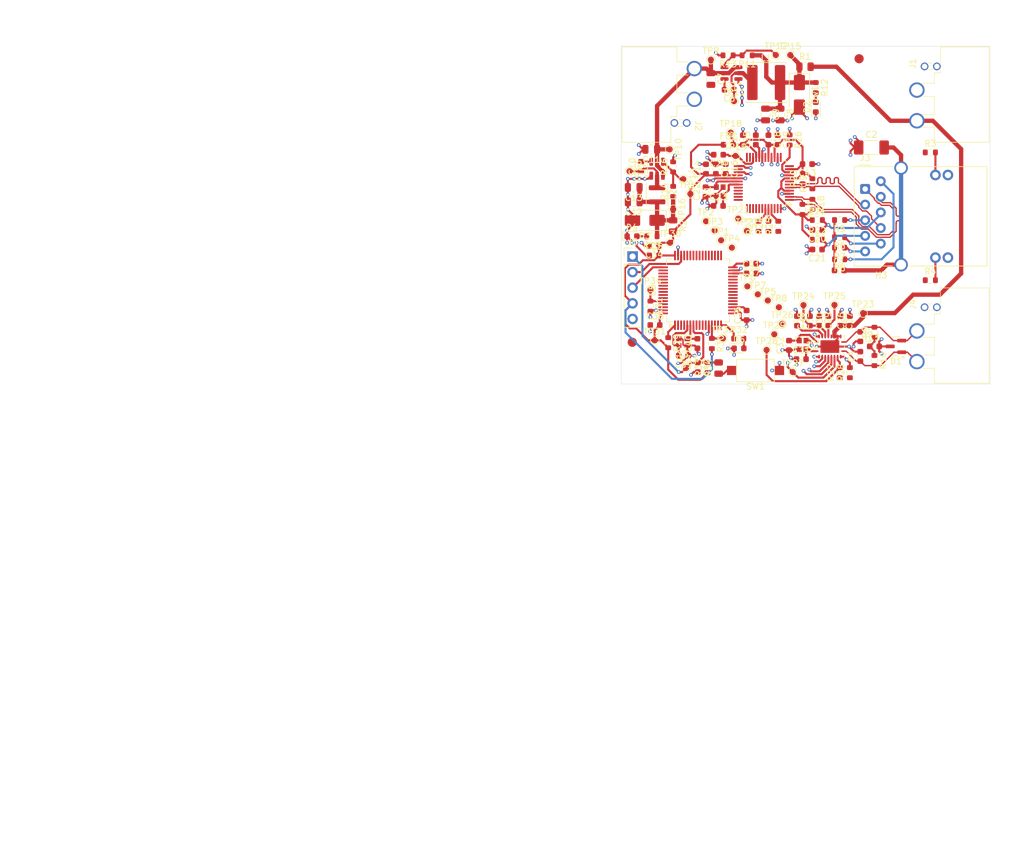
<source format=kicad_pcb>
(kicad_pcb (version 20241229) (generator "pcbnew") (generator_version "9.0")
  (title_block (title "LiDAR-CAN Interface") (date "2025-08-03") (rev "1") (company "Robot.com"))
  (layers (0 "F.Cu" signal) (4 "In1.Cu" signal) (6 "In2.Cu" signal) (2 "B.Cu" signal) (5 "F.SilkS" user "F.Silkscreen") (7 "B.SilkS" user "B.Silkscreen") (1 "F.Mask" user) (3 "B.Mask" user) (25 "Edge.Cuts" user))
  (net 0 "")
  (net 1 "Net-(C1-Pad1)")
  (net 2 "CHASSIS_GND")
  (net 3 "GND")
  (net 4 "/CAN Interface/CAN+")
  (net 5 "/CAN Interface/CAN-")
  (net 6 "Net-(C5-Pad1)")
  (net 7 "/Power Management/SW_12V")
  (net 8 "Net-(U1-CB)")
  (net 9 "/Power Management/VIN")
  (net 10 "/Power Management/12VOUT")
  (net 11 "Net-(U2-CB)")
  (net 12 "/Power Management/SW_3V3")
  (net 13 "/Power Management/3.3VOUT")
  (net 14 "+3.3V")
  (net 15 "/LiDAR Interface/AVDD")
  (net 16 "/LiDAR Interface/TCT")
  (net 17 "/LiDAR Interface/RCT")
  (net 18 "/LiDAR Interface/XI")
  (net 19 "/LiDAR Interface/XO")
  (net 20 "/LiDAR Interface/1V20")
  (net 21 "/LiDAR Interface/TOCAP")
  (net 22 "+12V")
  (net 23 "/CAN Interface/VCCOUT")
  (net 24 "/CAN Interface/OSC1")
  (net 25 "/CAN Interface/OSC2")
  (net 26 "/CAN Interface/FLTR")
  (net 27 "/Microcontroller/OSC_IN")
  (net 28 "/Microcontroller/OSC_OUT")
  (net 29 "Net-(U5-VCAP1)")
  (net 30 "/Microcontroller/MCU_RST")
  (net 31 "Net-(D2-A)")
  (net 32 "Net-(D4-A)")
  (net 33 "Net-(D5-A)")
  (net 38 "/LiDAR Interface/TXN")
  (net 39 "/LiDAR Interface/LINKLED")
  (net 40 "Net-(J3-LEDY_A)")
  (net 41 "Net-(J3-R4)")
  (net 42 "Net-(J3-LEDG_A)")
  (net 43 "/LiDAR Interface/RXP")
  (net 44 "Net-(J3-R3)")
  (net 45 "Net-(J3-R1)")
  (net 46 "/LiDAR Interface/ACTLED")
  (net 47 "Net-(J3-R2)")
  (net 48 "/LiDAR Interface/TXP")
  (net 49 "/LiDAR Interface/RXN")
  (net 52 "/Microcontroller/SWCLK")
  (net 53 "/Microcontroller/SWDIO")
  (net 54 "/Power Management/FB_12V")
  (net 55 "/Power Management/FB_3V3")
  (net 56 "Net-(U3-PMODE2)")
  (net 57 "Net-(U3-PMODE1)")
  (net 58 "Net-(U3-PMODE0)")
  (net 59 "/LiDAR Interface/EXRES1")
  (net 60 "/CAN Interface/~{INT}")
  (net 61 "/CAN Interface/GPIO2")
  (net 62 "Net-(U5-VBAT)")
  (net 63 "/Microcontroller/VREF+")
  (net 64 "/Microcontroller/BOOT0")
  (net 65 "/Microcontroller/ULED")
  (net 66 "Net-(R34-Pad1)")
  (net 68 "/LiDAR Interface/SCLK")
  (net 69 "/LiDAR Interface/~{INT}")
  (net 73 "/LiDAR Interface/MISO")
  (net 76 "/LiDAR Interface/MOSI")
  (net 77 "/LiDAR Interface/~{RST}")
  (net 78 "/LiDAR Interface/~{SCS}")
  (net 87 "/CAN Interface/SDO")
  (net 89 "/CAN Interface/SDI")
  (net 90 "/CAN Interface/RST")
  (net 91 "/CAN Interface/~{CS}")
  (net 92 "/CAN Interface/SCLK")
  (net 93 "/CAN Interface/~{WKRQ}")
  (net 94 "/CAN Interface/GPIO1")
  (footprint "TestPoint:TestPoint_Pad_D1.0mm" (layer "F.Cu") (at 138.35 73.95)
    (property "Reference" "TP11")
    (property "Value" "TestPoint")
  )
  (footprint "Capacitor_SMD:C_0603_1608Metric" (layer "F.Cu") (at 143.95 80.275 -90)
    (property "Reference" "C18")
    (property "Value" "100nF")
  )
  (footprint "Resistor_SMD:R_0603_1608Metric" (layer "F.Cu") (at 134.75 113.4 -90)
    (property "Reference" "R30")
    (property "Value" "0R")
  )
  (footprint "TestPoint:TestPoint_Pad_D1.0mm" (layer "F.Cu") (at 159.35 108.45)
    (property "Reference" "TP23")
    (property "Value" "TestPoint")
  )
  (footprint "TestPoint:TestPoint_Pad_D1.0mm" (layer "F.Cu") (at 154.695 107.125)
    (property "Reference" "TP25")
    (property "Value" "TestPoint")
  )
  (footprint "Capacitor_SMD:C_1808_4520Metric" (layer "F.Cu") (at 160.7 81.5)
    (property "Reference" "C2")
    (property "Value" "1nF")
  )
  (footprint "Capacitor_SMD:C_0603_1608Metric" (layer "F.Cu") (at 148.6 109.725 -90)
    (property "Reference" "C33")
    (property "Value" "330nF")
  )
  (footprint "TestPoint:TestPoint_Pad_D1.0mm" (layer "F.Cu") (at 145.15 66.45)
    (property "Reference" "TP12")
    (property "Value" "TestPoint")
  )
  (footprint "Inductor_SMD:L_APV_ANR3015" (layer "F.Cu") (at 125.8375 89.2 -90)
    (property "Reference" "L2")
    (property "Value" "5.6uH")
  )
  (footprint "Resistor_SMD:R_0603_1608Metric" (layer "F.Cu") (at 161.195 116.175 -90)
    (property "Reference" "R10")
    (property "Value" "59R")
  )
  (footprint "Capacitor_SMD:C_0603_1608Metric" (layer "F.Cu") (at 132.4 113.4 90)
    (property "Reference" "C40")
    (property "Value" "8pF")
  )
  (footprint "TestPoint:TestPoint_Pad_D1.0mm" (layer "F.Cu") (at 140.45 95.075)
    (property "Reference" "TP22")
    (property "Value" "TestPoint")
  )
  (footprint "Capacitor_SMD:C_0603_1608Metric" (layer "F.Cu") (at 133.8 85 90)
    (property "Reference" "C14")
    (property "Value" "10uF")
  )
  (footprint "Package_TO_SOT_SMD:SOT-23-6" (layer "F.Cu") (at 137.9375 69.395 180)
    (property "Reference" "U1")
    (property "Value" "LMR51430")
  )
  (footprint "Capacitor_SMD:C_0603_1608Metric" (layer "F.Cu") (at 155.475 101.5)
    (property "Reference" "C1")
    (property "Value" "4.7nF")
  )
  (footprint "Resistor_SMD:R_0603_1608Metric" (layer "F.Cu") (at 149.5 86.575 90)
    (property "Reference" "R20")
    (property "Value" "49.9R")
  )
  (footprint "Capacitor_SMD:C_0603_1608Metric" (layer "F.Cu") (at 151.9 94.9 180)
    (property "Reference" "C20")
    (property "Value" "10nF")
  )
  (footprint "Package_QFP:LQFP-64_10x10mm_P0.5mm" (layer "F.Cu") (at 132.5 104.75 90)
    (property "Reference" "U5")
    (property "Value" "STM32F401RBT6")
  )
  (footprint "Resistor_SMD:R_0603_1608Metric" (layer "F.Cu") (at 155.525 99.7 180)
    (property "Reference" "R8")
    (property "Value" "75R")
  )
  (footprint "Capacitor_SMD:C_0603_1608Metric" (layer "F.Cu") (at 145.45 80.275 -90)
    (property "Reference" "C19")
    (property "Value" "100nF")
  )
  (footprint "Capacitor_SMD:C_0603_1608Metric" (layer "F.Cu") (at 141.175 102)
    (property "Reference" "C41")
    (property "Value" "4.7uF")
  )
  (footprint "Capacitor_SMD:C_0603_1608Metric" (layer "F.Cu") (at 158.895 112.275 -90)
    (property "Reference" "C3")
    (property "Value" "100pF")
  )
  (footprint "Local_Library:XT30PW(2+2)-M.G.B" (layer "F.Cu") (at 120.15 65.15 -90)
    (property "Reference" "J2")
    (property "Value" "XT30(2+2)")
  )
  (footprint "Capacitor_SMD:C_0805_2012Metric" (layer "F.Cu") (at 145.8375 76.125 -90)
    (property "Reference" "C8")
    (property "Value" "22uF")
  )
  (footprint "Resistor_SMD:R_0603_1608Metric" (layer "F.Cu") (at 140.4875 66.5 180)
    (property "Reference" "R11")
    (property "Value" "100k")
  )
  (footprint "TestPoint:TestPoint_Pad_D1.0mm" (layer "F.Cu") (at 143.85 106.4)
    (property "Reference" "TP5")
    (property "Value" "TestPoint_Small")
  )
  (footprint "Crystal:Crystal_SMD_2016-4Pin_2.0x1.6mm" (layer "F.Cu") (at 149.52 113.625 -90)
    (property "Reference" "Y2")
    (property "Value" "40MHz")
  )
  (footprint "Resistor_SMD:R_0603_1608Metric" (layer "F.Cu") (at 147.4 80.275 -90)
    (property "Reference" "R26")
    (property "Value" "12.4k")
  )
  (footprint "Capacitor_SMD:C_0805_2012Metric" (layer "F.Cu") (at 143.4875 76.125 -90)
    (property "Reference" "C9")
    (property "Value" "22uF")
  )
  (footprint "Inductor_SMD:L_APV_ANR6020" (layer "F.Cu") (at 143.5875 70.925)
    (property "Reference" "L1")
    (property "Value" "12uH")
  )
  (footprint "TestPoint:TestPoint_Pad_D1.0mm" (layer "F.Cu") (at 139.0375 93.075)
    (property "Reference" "TP21")
    (property "Value" "TestPoint")
  )
  (footprint "TestPoint:TestPoint_Pad_D1.0mm" (layer "F.Cu") (at 130.55 117.39)
    (property "Reference" "TP33")
    (property "Value" "TestPoint")
  )
  (footprint "Package_TO_SOT_SMD:SOT-23-6" (layer "F.Cu") (at 125.8375 84.95 90)
    (property "Reference" "U2")
    (property "Value" "LMR51430")
  )
  (footprint "TestPoint:TestPoint_Pad_D1.0mm" (layer "F.Cu") (at 140.525 104.1)
    (property "Reference" "TP6")
    (property "Value" "TestPoint_Small")
  )
  (footprint "Resistor_SMD:R_0603_1608Metric" (layer "F.Cu") (at 127.65 113.275 -90)
    (property "Reference" "R29")
    (property "Value" "0R")
  )
  (footprint "Resistor_SMD:R_0603_1608Metric" (layer "F.Cu") (at 155.525 97.8 180)
    (property "Reference" "R7")
    (property "Value" "75R")
  )
  (footprint "TestPoint:TestPoint_Pad_D1.0mm" (layer "F.Cu") (at 146.2 110.2)
    (property "Reference" "TP26")
    (property "Value" "TestPoint")
  )
  (footprint "Resistor_SMD:R_0603_1608Metric" (layer "F.Cu") (at 151.65 71.75 -90)
    (property "Reference" "R12")
    (property "Value" "300R")
  )
  (footprint "Button_Switch_SMD:SW_SPST_CK_RS282G05A3" (layer "F.Cu") (at 141.85 117.79 180)
    (property "Reference" "SW1")
    (property "Value" "RST")
  )
  (footprint "Resistor_SMD:R_0603_1608Metric" (layer "F.Cu") (at 128.45 88.65 90)
    (property "Reference" "R14")
    (property "Value" "100k")
  )
  (footprint "Resistor_SMD:R_0603_1608Metric" (layer "F.Cu") (at 170.29 82.3)
    (property "Reference" "R3")
    (property "Value" "300R")
  )
  (footprint "Resistor_SMD:R_0603_1608Metric" (layer "F.Cu") (at 124.75 107.325 -90)
    (property "Reference" "R31")
    (property "Value" "10k")
  )
  (footprint "TestPoint:TestPoint_Pad_D1.0mm" (layer "F.Cu") (at 137.8125 79.075)
    (property "Reference" "TP18")
    (property "Value" "TestPoint")
  )
  (footprint "Capacitor_SMD:C_0603_1608Metric" (layer "F.Cu") (at 125.35 97.5 180)
    (property "Reference" "C34")
    (property "Value" "10uF")
  )
  (footprint "Resistor_SMD:R_0603_1608Metric" (layer "F.Cu") (at 155.55 118.15 90)
    (property "Reference" "R27")
    (property "Value" "10k")
  )
  (footprint "Resistor_SMD:R_0603_1608Metric" (layer "F.Cu") (at 139.125 112.6)
    (property "Reference" "R32")
    (property "Value" "300R")
  )
  (footprint "TestPoint:TestPoint_Pad_D1.0mm" (layer "F.Cu") (at 144.9 111.9)
    (property "Reference" "TP29")
    (property "Value" "TestPoint")
  )
  (footprint "TestPoint:TestPoint_Pad_D1.0mm" (layer "F.Cu") (at 136.25 96.6)
    (property "Reference" "TP1")
    (property "Value" "TestPoint_Small")
  )
  (footprint "Resistor_SMD:R_0603_1608Metric" (layer "F.Cu") (at 125.0125 95.95 180)
    (property "Reference" "R15")
    (property "Value" "300R")
  )
  (footprint "Resistor_SMD:R_0603_1608Metric" (layer "F.Cu") (at 151.1 90.75 -90)
    (property "Reference" "R18")
    (property "Value" "49.9R")
  )
  (footprint "Resistor_SMD:R_0603_1608Metric" (layer "F.Cu") (at 161.195 111.575 90)
    (property "Reference" "R9")
    (property "Value" "59R")
  )
  (footprint "Package_TO_SOT_SMD:SOT-23" (layer "F.Cu") (at 164.695 113.875 180)
    (property "Reference" "D1")
    (property "Value" "NUP2105L")
  )
  (footprint "Crystal:Crystal_SMD_2016-4Pin_2.0x1.6mm" (layer "F.Cu") (at 130.05 113.175 180)
    (property "Reference" "Y3")
    (property "Value" "25MHz")
  )
  (footprint "Capacitor_SMD:C_0603_1608Metric" (layer "F.Cu") (at 161.195 113.875)
    (property "Reference" "C5")
    (property "Value" "4.7nF")
  )
  (footprint "Capacitor_SMD:C_0603_1608Metric" (layer "F.Cu") (at 135.4 85 -90)
    (property "Reference" "C15")
    (property "Value" "100nF")
  )
  (footprint "Capacitor_SMD:C_0805_2012Metric" (layer "F.Cu") (at 134.5875 70.345 -90)
    (property "Reference" "C7")
    (property "Value" "2.2uF")
  )
  (footprint "Resistor_SMD:R_0603_1608Metric" (layer "F.Cu") (at 128.45 84.65 90)
    (property "Reference" "R16")
    (property "Value" "22.1k")
  )
  (footprint "Capacitor_SMD:C_0603_1608Metric" (layer "F.Cu") (at 157.2 109.725 90)
    (property "Reference" "C26")
    (property "Value" "10uF")
  )
  (footprint "Diode_SMD:D_SMA" (layer "F.Cu") (at 148.9875 72.925 -90)
    (property "Reference" "Dw1")
    (property "Value" "12V")
  )
  (footprint "Capacitor_SMD:C_0603_1608Metric" (layer "F.Cu") (at 123.2375 84.5875 90)
    (property "Reference" "C10")
    (property "Value" "100nF")
  )
  (footprint "Capacitor_SMD:C_0805_2012Metric" (layer "F.Cu") (at 122.0375 90.35 180)
    (property "Reference" "C12")
    (property "Value" "22uF")
  )
  (footprint "TestPoint:TestPoint_Pad_D1.0mm" (layer "F.Cu") (at 138.6 82.875)
    (property "Reference" "TP19")
    (property "Value" "TestPoint")
  )
  (footprint "TestPoint:TestPoint_Pad_D1.0mm" (layer "F.Cu") (at 135.2 95)
    (property "Reference" "TP3")
    (property "Value" "TestPoint_Small")
  )
  (footprint "Connector_RJ:RJ45_Kycon_G7LX-A88S7-BP-xx_Horizontal" (layer "F.Cu") (at 159.685 88.255)
    (property "Reference" "J3")
    (property "Value" "G7LX-A88S7-BP-G/Y")
  )
  (footprint "TestPoint:TestPoint_Pad_D1.0mm" (layer "F.Cu") (at 127.8875 81.8 -90)
    (property "Reference" "TP10")
    (property "Value" "TestPoint")
  )
  (footprint "Capacitor_SMD:C_0603_1608Metric" (layer "F.Cu") (at 139.8025 80.275 90)
    (property "Reference" "C17")
    (property "Value" "10uF")
  )
  (footprint "Capacitor_SMD:C_0603_1608Metric" (layer "F.Cu") (at 150.275 84.2 180)
    (property "Reference" "C43")
    (property "Value" "100nF")
  )
  (footprint "Capacitor_SMD:C_0603_1608Metric" (layer "F.Cu") (at 125.35 99.075)
    (property "Reference" "C35")
    (property "Value" "100nF")
  )
  (footprint "Connector_PinHeader_2.54mm:PinHeader_1x05_P2.54mm_Vertical" (layer "F.Cu") (at 121.85 99.24)
    (property "Reference" "J5")
    (property "Value" "61300511121")
  )
  (footprint "TestPoint:TestPoint_Pad_D1.0mm" (layer "F.Cu") (at 147.9 118.05)
    (property "Reference" "TP27")
    (property "Value" "TestPoint")
  )
  (footprint "MountingHole:MountingHole_2.2mm_M2" (layer "F.Cu") (at 162.3 105.5)
    (property "Reference" "H3")
    (property "Value" "MountingHole")
  )
  (footprint "Local_Library:XT30PW(2+2)-M.G.B" (layer "F.Cu") (at 179.85 119.85 90)
    (property "Reference" "J4")
    (property "Value" "XT30(2+2)")
  )
  (footprint "TestPoint:TestPoint_Pad_D1.0mm" (layer "F.Cu") (at 134.5875 67.2)
    (property "Reference" "TP9")
    (property "Value" "TestPoint")
  )
  (footprint "TestPoint:TestPoint_Pad_D1.0mm" (layer "F.Cu") (at 125.45 112.89)
    (property "Reference" "TP31")
    (property "Value" "TestPoint")
  )
  (footprint "Resistor_SMD:R_0805_2012Metric" (layer "F.Cu") (at 128.4375 94.2625 -90)
    (property "Reference" "R2")
    (property "Value" "0R")
  )
  (footprint "Diode_SMD:D_SMA" (layer "F.Cu") (at 123.8375 93.35 180)
    (property "Reference" "D3")
    (property "Value" "5.1V")
  )
  (footprint "Resistor_SMD:R_0805_2012Metric" (layer "F.Cu") (at 135.85 117.4 90)
    (property "Reference" "R34")
    (property "Value" "22Ω")
  )
  (footprint "TestPoint:TestPoint_Pad_D1.0mm" (layer "F.Cu") (at 138 97.8)
    (property "Reference" "TP4")
    (property "Value" "TestPoint_Small")
  )
  (footprint "TestPoint:TestPoint_Pad_D1.0mm" (layer "F.Cu") (at 143.65 114.45)
    (property "Reference" "TP28")
    (property "Value" "TestPoint")
  )
  (footprint "Capacitor_SMD:C_0603_1608Metric" (layer "F.Cu") (at 158.895 115.5 90)
    (property "Reference" "C4")
    (property "Value" "100pF")
  )
  (footprint "Capacitor_SMD:C_0603_1608Metric" (layer "F.Cu") (at 125.5 110.4)
    (property "Reference" "C38")
    (property "Value" "100nF")
  )
  (footprint "Capacitor_SMD:C_0603_1608Metric" (layer "F.Cu") (at 137.575 72.1 180)
    (property "Reference" "C6")
    (property "Value" "100nF")
  )
  (footprint "Capacitor_SMD:C_0805_2012Metric" (layer "F.Cu") (at 124.8875 81.8 180)
    (property "Reference" "C11")
    (property "Value" "2.2uF")
  )
  (footprint "Resistor_SMD:R_0603_1608Metric" (layer "F.Cu") (at 149.475 91.575 -90)
    (property "Reference" "R17")
    (property "Value" "49.9R")
  )
  (footprint "TestPoint:TestPoint_Pad_D1.0mm" (layer "F.Cu") (at 142.225 105.4)
    (property "Reference" "TP7")
    (property "Value" "TestPoint_Small")
  )
  (footprint "Capacitor_SMD:C_0603_1608Metric" (layer "F.Cu") (at 152.195 109.725 -90)
    (property "Reference" "C29")
    (property "Value" "100nF")
  )
  (footprint "Capacitor_SMD:C_0603_1608Metric" (layer "F.Cu") (at 140.4 108.8 90)
    (property "Reference" "C36")
    (property "Value" "100nF")
  )
  (footprint "Capacitor_SMD:C_0603_1608Metric" (layer "F.Cu") (at 151.9 98.1 180)
    (property "Reference" "C21")
    (property "Value" "10nF")
  )
  (footprint "TestPoint:TestPoint_Pad_D1.0mm" (layer "F.Cu") (at 149.65 107.15)
    (property "Reference" "TP24")
    (property "Value" "TestPoint")
  )
  (footprint "Fiducial:Fiducial_1.5mm_Mask3mm" (layer "F.Cu") (at 158.7 67.05)
    (property "Reference" "FID1" (hide yes))
    (property "Value" "Fiducial" (hide yes))
  )
  (footprint "TestPoint:TestPoint_Pad_D1.0mm" (layer "F.Cu") (at 131.25 89.05)
    (property "Reference" "TP17")
    (property "Value" "TestPoint")
  )
  (footprint "Capacitor_SMD:C_0603_1608Metric" (layer "F.Cu") (at 155.65 109.725 -90)
    (property "Reference" "C27")
    (property "Value" "100nF")
  )
  (footprint "LED_SMD:LED_0603_1608Metric" (layer "F.Cu") (at 151.65 74.925 90)
    (property "Reference" "D2")
    (property "Value" "GREEN")
  )
  (footprint "TestPoint:TestPoint_Pad_D1.0mm" (layer "F.Cu") (at 127.95 97)
    (property "Reference" "TP30")
    (property "Value" "TestPoint")
  )
  (footprint "MountingHole:MountingHole_2.2mm_M2" (layer "F.Cu") (at 164.15 67.7)
    (property "Reference" "H1" (hide yes))
    (property "Value" "MountingHole" (hide yes))
  )
  (footprint "Capacitor_SMD:C_0603_1608Metric" (layer "F.Cu") (at 137 85 -90)
    (property "Reference" "C16")
    (property "Value" "100nF")
  )
  (footprint "TestPoint:TestPoint_Pad_D1.0mm" (layer "F.Cu") (at 121.35 85.3625 -90)
    (property "Reference" "TP13")
    (property "Value" "TestPoint")
  )
  (footprint "TestPoint:TestPoint_Pad_D1.0mm" (layer "F.Cu") (at 128.45 91.55 -90)
    (property "Reference" "TP16")
    (property "Value" "TestPoint")
  )
  (footprint "TestPoint:TestPoint_Pad_D1.0mm" (layer "F.Cu") (at 124.75 104.69)
    (property "Reference" "TP34")
    (property "Value" "TestPoint")
  )
  (footprint "TestPoint:TestPoint_Pad_D1.0mm" (layer "F.Cu") (at 130.1 86.65 -90)
    (property "Reference" "TP14")
    (property "Value" "TestPoint")
  )
  (footprint "Capacitor_SMD:C_0603_1608Metric" (layer "F.Cu") (at 153.695 109.725 90)
    (property "Reference" "C30")
    (property "Value" "10uF")
  )
  (footprint "Fiducial:Fiducial_1.5mm_Mask3mm" (layer "F.Cu") (at 121.8 113.2)
    (property "Reference" "FID2" (hide yes))
    (property "Value" "Fiducial" (hide yes))
  )
  (footprint "Capacitor_SMD:C_0603_1608Metric" (layer "F.Cu") (at 132.45 117.2625 -90)
    (property "Reference" "C42")
    (property "Value" "10nF")
  )
  (footprint "Package_DFN_QFN:Texas_RGY_R-PVQFN-N20_EP2.05x3.05mm" (layer "F.Cu") (at 153.945 113.9 90)
    (property "Reference" "U4")
    (property "Value" "TCAN4550RGY")
  )
  (footprint "Capacitor_SMD:C_0603_1608Metric" (layer "F.Cu") (at 141.9 80.275 90)
    (property "Reference" "C25")
    (property "Value" "4.7uF")
  )
  (footprint "Resistor_SMD:R_0603_1608Metric" (layer "F.Cu") (at 170.29 103.1)
    (property "Reference" "R4")
    (property "Value" "300R")
  )
  (footprint "Resistor_SMD:R_0603_1608Metric" (layer "F.Cu") (at 151.1 87.4 90)
    (property "Reference" "R19")
    (property "Value" "49.9R")
  )
  (footprint "Resistor_SMD:R_0603_1608Metric" (layer "F.Cu") (at 151.9 93.3)
    (property "Reference" "R21")
    (property "Value" "10R")
  )
  (footprint "Inductor_SMD:L_0603_1608Metric" (layer "F.Cu") (at 137.4125 81.05)
    (property "Reference" "FB1")
    (property "Value" "MH1608-800Y")
  )
  (footprint "Package_QFP:LQFP-48_7x7mm_P0.5mm" (layer "F.Cu") (at 143.2 87.275 180)
    (property "Reference" "U3")
    (property "Value" "W5500")
  )
  (footprint "Resistor_SMD:R_0603_1608Metric" (layer "F.Cu") (at 155.525 93.3 180)
    (property "Reference" "R5")
    (property "Value" "75R")
  )
  (footprint "Capacitor_SMD:C_0603_1608Metric" (layer "F.Cu") (at 135.825 82.675 180)
    (property "Reference" "C24")
    (property "Value" "10nF")
  )
  (footprint "Resistor_SMD:R_0603_1608Metric" (layer "F.Cu") (at 145.55 94.325 90)
    (property "Reference" "R25")
    (property "Value" "10k")
  )
  (footprint "Resistor_SMD:R_0603_1608Metric" (layer "F.Cu") (at 155.525 96.1 180)
    (property "Reference" "R6")
    (property "Value" "75R")
  )
  (footprint "Resistor_SMD:R_0603_1608Metric" (layer "F.Cu") (at 157.2 118.15 90)
    (property "Reference" "R28")
    (property "Value" "10k")
  )
  (footprint "Resistor_SMD:R_0603_1608Metric" (layer "F.Cu") (at 134.05 117.3125 90)
    (property "Reference" "R33")
    (property "Value" "10k")
  )
  (footprint "Capacitor_SMD:C_0603_1608Metric" (layer "F.Cu") (at 150.695 109.725 90)
    (property "Reference" "C28")
    (property "Value" "10uF")
  )
  (footprint "TestPoint:TestPoint_Pad_D1.0mm" (layer "F.Cu") (at 145.65 107.5)
    (property "Reference" "TP8")
    (property "Value" "TestPoint_Small")
  )
  (footprint "Capacitor_SMD:C_0603_1608Metric" (layer "F.Cu") (at 149.295 115.95)
    (property "Reference" "C31")
    (property "Value" "8pF")
  )
  (footprint "Capacitor_SMD:C_0603_1608Metric" (layer "F.Cu") (at 133.725 88.725 90)
    (property "Reference" "C22")
    (property "Value" "8pF")
  )
  (footprint "LED_SMD:LED_0603_1608Metric" (layer "F.Cu") (at 139.1625 114.2)
    (property "Reference" "D5")
    (property "Value" "GREEN")
  )
  (footprint "Resistor_SMD:R_0805_2012Metric" (layer "F.Cu") (at 149.9 68.35)
    (property "Reference" "R1")
    (property "Value" "0R")
  )
  (footprint "Capacitor_SMD:C_0603_1608Metric" (layer "F.Cu") (at 147.295 113.7 90)
    (property "Reference" "C32")
    (property "Value" "8pF")
  )
  (footprint "Resistor_SMD:R_0603_1608Metric" (layer "F.Cu") (at 151.9 96.5)
    (property "Reference" "R22")
    (property "Value" "10R")
  )
  (footprint "MountingHole:MountingHole_2.2mm_M2" (layer "F.Cu") (at 122.5 117.5)
    (property "Reference" "H2" (hide yes))
    (property "Value" "MountingHole" (hide yes))
  )
  (footprint "LED_SMD:LED_0603_1608Metric" (layer "F.Cu") (at 121.75 95.95)
    (property "Reference" "D4")
    (property "Value" "GREEN")
  )
  (footprint "TestPoint:TestPoint_Pad_D1.0mm" (layer "F.Cu") (at 133.8 93.5)
    (property "Reference" "TP2")
    (property "Value" "TestPoint_Small")
  )
  (footprint "Crystal:Crystal_SMD_2016-4Pin_2.0x1.6mm" (layer "F.Cu") (at 136.025 88.65 90)
    (property "Reference" "Y1")
    (property "Value" "25MHz")
  )
  (footprint "Capacitor_SMD:C_0603_1608Metric" (layer "F.Cu") (at 141.175 100.4 180)
    (property "Reference" "C37")
    (property "Value" "100nF")
  )
  (footprint "TestPoint:TestPoint_Pad_D1.0mm" (layer "F.Cu") (at 136.55 112.575)
    (property "Reference" "TP32")
    (property "Value" "TestPoint")
  )
  (footprint "Capacitor_SMD:C_0603_1608Metric" (layer "F.Cu") (at 135.8 91)
    (property "Reference" "C23")
    (property "Value" "8pF")
  )
  (footprint "TestPoint:TestPoint_Pad_D1.0mm" (layer "F.Cu") (at 147.5 66.45)
    (property "Reference" "TP15")
    (property "Value" "TestPoint")
  )
  (footprint "Resistor_SMD:R_0603_1608Metric" (layer "F.Cu") (at 137.3875 66.5 180)
    (property "Reference" "R13")
    (property "Value" "5.23k")
  )
  (footprint "Resistor_SMD:R_0603_1608Metric" (layer "F.Cu") (at 143.95 94.325 90)
    (property "Reference" "R24")
    (property "Value" "10k")
  )
  (footprint "Resistor_SMD:R_0603_1608Metric" (layer "F.Cu") (at 142.35 94.325 90)
    (property "Reference" "R23")
    (property "Value" "10k")
  )
  (footprint "Capacitor_SMD:C_0603_1608Metric" (layer "F.Cu") (at 130.125 115.39 180)
    (property "Reference" "C39")
    (property "Value" "8pF")
  )
  (footprint "Local_Library:XT30PW(2+2)-M.G.B" (layer "F.Cu") (at 179.85 80.65 90)
    (property "Reference" "J1")
    (property "Value" "XT30(2+2)")
  )
  (footprint "Capacitor_SMD:C_0805_2012Metric" (layer "F.Cu") (at 122.0375 88 180)
    (property "Reference" "C13")
    (property "Value" "22uF")
  )
  (gr_rect (start 120 65) (end 180 120) (stroke (width 0.05)) (fill no) (layer "Edge.Cuts"))
  (segment (start 154.7 93.3) (end 154.7 101.525) (width 0.3353) (layer "F.Cu") (net 1))
  (segment (start 163.225 100.575) (end 165.525 100.575) (width 0.6981) (layer "F.Cu") (net 2))
  (segment (start 162.3 101.5) (end 163.225 100.575) (width 0.6981) (layer "F.Cu") (net 2))
  (segment (start 164.3 81.5) (end 162.775 81.5) (width 0.6981) (layer "F.Cu") (net 2))
  (segment (start 156.25 101.5) (end 162.3 101.5) (width 0.6981) (layer "F.Cu") (net 2))
  (segment (start 165.525 82.725) (end 164.3 81.5) (width 0.6981) (layer "F.Cu") (net 2))
  (segment (start 165.525 84.825) (end 165.525 82.725) (width 0.6981) (layer "F.Cu") (net 2))
  (segment (start 165.525 100.575) (end 165.525 84.825) (width 0.6981) (layer "B.Cu") (net 2))
  (segment (start 130.05435 112.80435) (end 130.05435 113.60435) (width 0.2353) (layer "F.Cu") (net 3))
  (segment (start 138.175 108) (end 138.976258 108) (width 0.3353) (layer "F.Cu") (net 3))
  (segment (start 134.95 86.85) (end 134.05 86.85) (width 0.3353) (layer "F.Cu") (net 3))
  (segment (start 138.175 101.5) (end 139.15 101.5) (width 0.3353) (layer "F.Cu") (net 3))
  (segment (start 155.65 108.95) (end 155.65 108.15) (width 0.3353) (layer "F.Cu") (net 3))
  (segment (start 139.15 101.5) (end 139.45 101.2) (width 0.3353) (layer "F.Cu") (net 3))
  (segment (start 121.0875 86.6) (end 122.1 86.6) (width 0.3353) (layer "F.Cu") (net 3))
  (segment (start 147.6 115.7) (end 147.295 115.395) (width 0.3353) (layer "F.Cu") (net 3))
  (segment (start 147.295 114.475) (end 146.2 114.475) (width 0.3353) (layer "F.Cu") (net 3))
  (segment (start 124.025 99.075) (end 122.5 97.55) (width 0.3353) (layer "F.Cu") (net 3))
  (segment (start 157.3 80.8) (end 157.3 80.35) (width 0.3353) (layer "F.Cu") (net 3))
  (segment (start 139.075 71.025) (end 139.65 71.6) (width 0.3353) (layer "F.Cu") (net 3))
  (segment (start 135.475 89.35) (end 134.65 89.35) (width 0.3353) (layer "F.Cu") (net 3))
  (segment (start 134 89.775) (end 133.725 89.5) (width 0.3353) (layer "F.Cu") (net 3))
  (segment (start 157.2 108.95) (end 157.2 107.9) (width 0.3353) (layer "F.Cu") (net 3))
  (segment (start 129.69 116.6) (end 129.25 116.6) (width 0.3353) (layer "F.Cu") (net 3))
  (segment (start 147.8 76.75) (end 147.8 76.1125) (width 0.3353) (layer "F.Cu") (net 3))
  (segment (start 148.6 108.15) (end 148.35 107.9) (width 0.3353) (layer "F.Cu") (net 3))
  (segment (start 150.695 108.155) (end 150.95 107.9) (width 0.3353) (layer "F.Cu") (net 3))
  (segment (start 147.8 76.1125) (end 148.9875 74.925) (width 0.3353) (layer "F.Cu") (net 3))
  (segment (start 142.95 83.1125) (end 142.95 84.25) (width 0.3353) (layer "F.Cu") (net 3))
  (segment (start 139.45 109.35) (end 139.675 109.575) (width 0.3353) (layer "F.Cu") (net 3))
  (segment (start 139.45 108.473742) (end 139.45 109.35) (width 0.3353) (layer "F.Cu") (net 3))
  (segment (start 121.8375 93.35) (end 121.8375 94.125) (width 0.3353) (layer "F.Cu") (net 3))
  (segment (start 158.15 113.05) (end 157.8 113.4) (width 0.3353) (layer "F.Cu") (net 3))
  (segment (start 130.75 114.5) (end 130.75 113.725) (width 0.3353) (layer "F.Cu") (net 3))
  (segment (start 121.8375 92.35) (end 121.0875 91.6) (width 0.3353) (layer "F.Cu") (net 3))
  (segment (start 134 111.85) (end 134.25 111.6) (width 0.3353) (layer "F.Cu") (net 3))
  (segment (start 136.575 88.075) (end 135.475 89.175) (width 0.2353) (layer "F.Cu") (net 3))
  (segment (start 137 84.225) (end 135.4 84.225) (width 0.3353) (layer "F.Cu") (net 3))
  (segment (start 122.5 97.55) (end 122.5 97) (width 0.3353) (layer "F.Cu") (net 3))
  (segment (start 151 113.7) (end 151 113.3) (width 0.3353) (layer "F.Cu") (net 3))
  (segment (start 138.976258 108) (end 139.45 108.473742) (width 0.3353) (layer "F.Cu") (net 3))
  (segment (start 132.45 118.0375) (end 131.8125 118.0375) (width 0.3353) (layer "F.Cu") (net 3))
  (segment (start 161.97 113.875) (end 161.97 114.67) (width 0.3353) (layer "F.Cu") (net 3))
  (segment (start 145.45 83.1125) (end 145.45 84.25) (width 0.3353) (layer "F.Cu") (net 3))
  (segment (start 147.025 77.075) (end 147.05 77.1) (width 0.3353) (layer "F.Cu") (net 3))
  (segment (start 143.95 79.5) (end 143.95 78.5) (width 0.3353) (layer "F.Cu") (net 3))
  (segment (start 124.375 86.6) (end 124.8875 86.0875) (width 0.3353) (layer "F.Cu") (net 3))
  (segment (start 158.895 114.725) (end 157.875 114.725) (width 0.3353) (layer "F.Cu") (net 3))
  (segment (start 129.25 99.075) (end 129.25 97.75) (width 0.3353) (layer "F.Cu") (net 3))
  (segment (start 148.9875 75.4875) (end 150.25 76.75) (width 0.3353) (layer "F.Cu") (net 3))
  (segment (start 158.625 81.5) (end 157.9 81.5) (width 0.3353) (layer "F.Cu") (net 3))
  (segment (start 131.8125 118.0375) (end 131.35 118.5) (width 0.3353) (layer "F.Cu") (net 3))
  (segment (start 147.3625 89.025) (end 146.15 89.025) (width 0.3353) (layer "F.Cu") (net 3))
  (segment (start 158.625 80.425) (end 158 79.8) (width 0.3353) (layer "F.Cu") (net 3))
  (segment (start 135.025 91) (end 134.45 91) (width 0.3353) (layer "F.Cu") (net 3))
  (segment (start 148.025 114.475) (end 147.295 114.475) (width 0.3353) (layer "F.Cu") (net 3))
  (segment (start 139.8025 79.5) (end 139.8025 78.5) (width 0.3353) (layer "F.Cu") (net 3))
  (segment (start 130.05435 113.60435) (end 130.175 113.725) (width 0.2353) (layer "F.Cu") (net 3))
  (segment (start 120.9625 95.95) (end 120.9625 97) (width 0.3353) (layer "F.Cu") (net 3))
  (segment (start 158.895 113.05) (end 158.15 113.05) (width 0.3353) (layer "F.Cu") (net 3))
  (segment (start 146.55 91.4375) (end 145.95 91.4375) (width 0.3353) (layer "F.Cu") (net 3))
  (segment (start 147.85 115.95) (end 148.52 115.95) (width 0.3353) (layer "F.Cu") (net 3))
  (segment (start 150.7 94.9) (end 150.15 94.35) (width 0.3353) (layer "F.Cu") (net 3))
  (segment (start 145.75 117.79) (end 145.75 116.55) (width 0.3353) (layer "F.Cu") (net 3))
  (segment (start 147.4 79.45) (end 147.4 78.45) (width 0.3353) (layer "F.Cu") (net 3))
  (segment (start 148.9875 74.925) (end 148.9875 75.4875) (width 0.3353) (layer "F.Cu") (net 3))
  (segment (start 123.55 81.8) (end 122.85 81.1) (width 0.3353) (layer "F.Cu") (net 3))
  (segment (start 139.0375 86.525) (end 140.2 86.525) (width 0.3353) (layer "F.Cu") (net 3))
  (segment (start 125.65 108) (end 124.9 108) (width 0.3353) (layer "F.Cu") (net 3))
  (segment (start 139.675 109.575) (end 140.4 109.575) (width 0.3353) (layer "F.Cu") (net 3))
  (segment (start 134.25 111.6) (end 134.25 110.425) (width 0.3353) (layer "F.Cu") (net 3))
  (segment (start 148.6 108.95) (end 148.6 108.15) (width 0.3353) (layer "F.Cu") (net 3))
  (segment (start 130.9 114.65) (end 130.75 114.5) (width 0.3353) (layer "F.Cu") (net 3))
  (segment (start 135.075 84.225) (end 134 83.15) (width 0.3353) (layer "F.Cu") (net 3))
  (segment (start 135.025 91) (end 134.5 91) (width 0.3353) (layer "F.Cu") (net 3))
  (segment (start 133.15 90.075) (end 133.725 89.5) (width 0.3353) (layer "F.Cu") (net 3))
  (segment (start 124.725 111.45) (end 124.725 110.4) (width 0.3353) (layer "F.Cu") (net 3))
  (segment (start 134.45 91) (end 134 91.45) (width 0.3353) (layer "F.Cu") (net 3))
  (segment (start 155.695 112.25) (end 155.195 112.25) (width 0.3353) (layer "F.Cu") (net 3))
  (segment (start 126.825 108) (end 125.65 108) (width 0.3353) (layer "F.Cu") (net 3))
  (segment (start 134.65 89.35) (end 134.5 89.5) (width 0.3353) (layer "F.Cu") (net 3))
  (segment (start 130.175 113.725) (end 130.75 113.725) (width 0.2353) (layer "F.Cu") (net 3))
  (segment (start 147.3625 86.025) (end 146.15 86.025) (width 0.3353) (layer "F.Cu") (net 3))
  (segment (start 153.945 113.9) (end 151.8 113.9) (width 0.3353) (layer "F.Cu") (net 3))
  (segment (start 158.625 81.5) (end 158 81.5) (width 0.3353) (layer "F.Cu") (net 3))
  (segment (start 145.8375 77.075) (end 147.025 77.075) (width 0.3353) (layer "F.Cu") (net 3))
  (segment (start 144.55 117.79) (end 145.75 117.79) (width 0.3353) (layer "F.Cu") (net 3))
  (segment (start 139.65 72.5) (end 139.65 73.45) (width 0.3353) (layer "F.Cu") (net 3))
  (segment (start 155.65 108.15) (end 155.9 107.9) (width 0.3353) (layer "F.Cu") (net 3))
  (segment (start 132.4 114.175) (end 132.4 114.85) (width 0.3353) (layer "F.Cu") (net 3))
  (segment (start 153.695 108.145) (end 153.45 107.9) (width 0.3353) (layer "F.Cu") (net 3))
  (segment (start 134.5 89.5) (end 133.725 89.5) (width 0.3353) (layer "F.Cu") (net 3))
  (segment (start 141.95 100.4) (end 142.95 100.4) (width 0.3353) (layer "F.Cu") (net 3))
  (segment (start 120.9625 95) (end 120.9625 95.95) (width 0.3353) (layer "F.Cu") (net 3))
  (segment (start 132.775 84.225) (end 132.75 84.2) (width 0.3353) (layer "F.Cu") (net 3))
  (segment (start 130.9 115.39) (end 129.69 116.6) (width 0.3353) (layer "F.Cu") (net 3))
  (segment (start 130.9 115.39) (end 131.95 115.39) (width 0.3353) (layer "F.Cu") (net 3))
  (segment (start 139.075 70.345) (end 139.075 71.025) (width 0.3353) (layer "F.Cu") (net 3))
  (segment (start 123.85 86.6) (end 124.375 86.6) (width 0.3353) (layer "F.Cu") (net 3))
  (segment (start 135.475 90.55) (end 135.025 91) (width 0.3353) (layer "F.Cu") (net 3))
  (segment (start 122.1 86.6) (end 122.95 86.6) (width 0.3353) (layer "F.Cu") (net 3))
  (segment (start 151.125 98.1) (end 150.7 98.1) (width 0.3353) (layer "F.Cu") (net 3))
  (segment (start 150.625 112.925) (end 150.07 112.925) (width 0.3353) (layer "F.Cu") (net 3))
  (segment (start 138.375 114.2) (end 138.375 115.25) (width 0.3353) (layer "F.Cu") (net 3))
  (segment (start 139.0375 86.525) (end 135.275 86.525) (width 0.3353) (layer "F.Cu") (net 3))
  (segment (start 161.97 114.67) (end 162.35 115.05) (width 0.3353) (layer "F.Cu") (net 3))
  (segment (start 124.575 97.5) (end 123.8 97.5) (width 0.3353) (layer "F.Cu") (net 3))
  (segment (start 158.625 81.5) (end 158.625 80.425) (width 0.3353) (layer "F.Cu") (net 3))
  (segment (start 122.95 86.6) (end 123.85 86.6) (width 0.3353) (layer "F.Cu") (net 3))
  (segment (start 140.4 109.575) (end 141.35 109.575) (width 0.3353) (layer "F.Cu") (net 3))
  (segment (start 151.125 98.1) (end 150.8 98.1) (width 0.3353) (layer "F.Cu") (net 3))
  (segment (start 120.9625 95.95) (end 121.75 96.7375) (width 0.3353) (layer "F.Cu") (net 3))
  (segment (start 161.97 113.875) (end 163.7575 113.875) (width 0.3353) (layer "F.Cu") (net 3))
  (segment (start 129.875 112.625) (end 130.05435 112.80435) (width 0.2353) (layer "F.Cu") (net 3))
  (segment (start 151 113.3) (end 150.625 112.925) (width 0.3353) (layer "F.Cu") (net 3))
  (segment (start 141.9 79.5) (end 141.9 78.5) (width 0.3353) (layer "F.Cu") (net 3))
  (segment (start 153.695 108.95) (end 153.695 108.145) (width 0.3353) (layer "F.Cu") (net 3))
  (segment (start 147.6 115.7) (end 147.85 115.95) (width 0.3353) (layer "F.Cu") (net 3))
  (segment (start 131.95 113.725) (end 132.4 114.175) (width 0.3353) (layer "F.Cu") (net 3))
  (segment (start 150.8 98.1) (end 150.15 98.75) (width 0.3353) (layer "F.Cu") (net 3))
  (segment (start 158 81.5) (end 157.3 80.8) (width 0.3353) (layer "F.Cu") (net 3))
  (segment (start 135.85 66.5) (end 135.4 66.05) (width 0.3353) (layer "F.Cu") (net 3))
  (segment (start 130.75 113.725) (end 131.95 113.725) (width 0.3353) (layer "F.Cu") (net 3))
  (segment (start 121.8375 93.35) (end 121.8375 92.35) (width 0.3353) (layer "F.Cu") (net 3))
  (segment (start 129.35 112.625) (end 129.875 112.625) (width 0.2353) (layer "F.Cu") (net 3))
  (segment (start 145.8375 77.075) (end 144.7 77.075) (width 0.3353) (layer "F.Cu") (net 3))
  (segment (start 161.97 113.08) (end 162.35 112.7) (width 0.3353) (layer "F.Cu") (net 3))
  (segment (start 151.05 84.2) (end 152.1 84.2) (width 0.3353) (layer "F.Cu") (net 3))
  (segment (start 124.75 108.15) (end 124.75 109.1) (width 0.3353) (layer "F.Cu") (net 3))
  (segment (start 136.5625 66.5) (end 135.85 66.5) (width 0.3353) (layer "F.Cu") (net 3))
  (segment (start 134.475 82.675) (end 134 82.2) (width 0.3353) (layer "F.Cu") (net 3))
  (segment (start 139.65 73.45) (end 139.65 74.6) (width 0.3353) (layer "F.Cu") (net 3))
  (segment (start 133.8 84.225) (end 132.775 84.225) (width 0.3353) (layer "F.Cu") (net 3))
  (segment (start 157.8 113.4) (end 157.8 113.9) (width 0.3353) (layer "F.Cu") (net 3))
  (segment (start 121.0875 89.15) (end 121.0875 88) (width 0.3353) (layer "F.Cu") (net 3))
  (segment (start 134 90.5) (end 134 89.775) (width 0.3353) (layer "F.Cu") (net 3))
  (segment (start 157.9 81.5) (end 157.3 82.1) (width 0.3353) (layer "F.Cu") (net 3))
  (segment (start 121.0875 90.35) (end 121.0875 89.15) (width 0.3353) (layer "F.Cu") (net 3))
  (segment (start 123.8 97.5) (end 123.3 97) (width 0.3353) (layer "F.Cu") (net 3))
  (segment (start 152.195 108.95) (end 152.195 107.9) (width 0.3353) (layer "F.Cu") (net 3))
  (segment (start 121.0875 91.6) (end 121.0875 90.35) (width 0.3353) (layer "F.Cu") (net 3))
  (segment (start 133.15 90.5) (end 133.15 90.075) (width 0.3353) (layer "F.Cu") (net 3))
  (segment (start 123.9375 81.8) (end 123.6 81.8) (width 0.3353) (layer "F.Cu") (net 3))
  (segment (start 140.4 110.6) (end 140.4 109.575) (width 0.3353) (layer "F.Cu") (net 3))
  (segment (start 121.75 96.7375) (end 121.75 97) (width 0.3353) (layer "F.Cu") (net 3))
  (segment (start 142.95 83.1125) (end 142.95 82.05) (width 0.3353) (layer "F.Cu") (net 3))
  (segment (start 157.3 82.1) (end 157.3 82.7) (width 0.3353) (layer "F.Cu") (net 3))
  (segment (start 142.95 82.05) (end 143.2 81.8) (width 0.3353) (layer "F.Cu") (net 3))
  (segment (start 141.95 102) (end 142.95 102) (width 0.3353) (layer "F.Cu") (net 3))
  (segment (start 138.375 114.2) (end 137.35 114.2) (width 0.3353) (layer "F.Cu") (net 3))
  (segment (start 139.65 71.6) (end 139.65 72.5) (width 0.3353) (layer "F.Cu") (net 3))
  (segment (start 132.4 114.85) (end 132.65 115.1) (width 0.3353) (layer "F.Cu") (net 3))
  (segment (start 150.695 108.95) (end 150.695 108.155) (width 0.3353) (layer "F.Cu") (net 3))
  (segment (start 155.195 112.65) (end 153.945 113.9) (width 0.3353) (layer "F.Cu") (net 3))
  (segment (start 151.65 75.7125) (end 151.65 76.75) (width 0.3353) (layer "F.Cu") (net 3))
  (segment (start 143.4875 77.075) (end 142.15 77.075) (width 0.3353) (layer "F.Cu") (net 3))
  (segment (start 161.97 113.875) (end 161.97 113.08) (width 0.3353) (layer "F.Cu") (net 3))
  (segment (start 148.175 114.325) (end 148.025 114.475) (width 0.3353) (layer "F.Cu") (net 3))
  (segment (start 144.45 83.1125) (end 144.45 84.25) (width 0.3353) (layer "F.Cu") (net 3))
  (segment (start 155.195 112.25) (end 155.195 112.65) (width 0.3353) (layer "F.Cu") (net 3))
  (segment (start 124.575 99.075) (end 124.025 99.075) (width 0.3353) (layer "F.Cu") (net 3))
  (segment (start 148.52 115.95) (end 148.52 116.85) (width 0.3353) (layer "F.Cu") (net 3))
  (segment (start 123.6 81.8) (end 122.85 82.55) (width 0.3353) (layer "F.Cu") (net 3))
  (segment (start 145.45 79.5) (end 145.45 78.5) (width 0.3353) (layer "F.Cu") (net 3))
  (segment (start 130.9 115.39) (end 130.9 114.65) (width 0.3353) (layer "F.Cu") (net 3))
  (segment (start 128.45 83.825) (end 128.45 83.1) (width 0.3353) (layer "F.Cu") (net 3))
  (segment (start 157.05 113.9) (end 153.995 113.9) (width 0.3353) (layer "F.Cu") (net 3))
  (segment (start 121.0875 88) (end 121.0875 86.6) (width 0.3353) (layer "F.Cu") (net 3))
  (segment (start 123.9375 81.8) (end 123.55 81.8) (width 0.3353) (layer "F.Cu") (net 3))
  (segment (start 148.97 114.325) (end 148.175 114.325) (width 0.3353) (layer "F.Cu") (net 3))
  (segment (start 135.05 82.675) (end 134.475 82.675) (width 0.3353) (layer "F.Cu") (net 3))
  (segment (start 121.8375 94.125) (end 120.9625 95) (width 0.3353) (layer "F.Cu") (net 3))
  (segment (start 134.5 91) (end 134 90.5) (width 0.3353) (layer "F.Cu") (net 3))
  (segment (start 150.7 98.1) (end 150.15 97.55) (width 0.3353) (layer "F.Cu") (net 3))
  (segment (start 151.125 94.9) (end 150.7 94.9) (width 0.3353) (layer "F.Cu") (net 3))
  (segment (start 128.45 83.1) (end 128.75 82.8) (width 0.3353) (layer "F.Cu") (net 3))
  (segment (start 135.475 89.35) (end 135.475 90.55) (width 0.3353) (layer "F.Cu") (net 3))
  (segment (start 135.4 84.225) (end 135.075 84.225) (width 0.3353) (layer "F.Cu") (net 3))
  (segment (start 157.875 114.725) (end 157.05 113.9) (width 0.3353) (layer "F.Cu") (net 3))
  (segment (start 147.295 115.395) (end 147.295 114.475) (width 0.3353) (layer "F.Cu") (net 3))
  (segment (start 135.275 86.525) (end 134.95 86.85) (width 0.3353) (layer "F.Cu") (net 3))
  (via (at 157.05 113.9) (size 0.6) (drill 0.3) (layers "F.Cu" "B.Cu") (net 3))
  (via (at 158 79.8) (size 0.6) (drill 0.3) (layers "F.Cu" "B.Cu") (net 3))
  (via (at 124.75 109.1) (size 0.6) (drill 0.3) (layers "F.Cu" "B.Cu") (net 3))
  (via (at 150.95 107.9) (size 0.6) (drill 0.3) (layers "F.Cu" "B.Cu") (net 3))
  (via (at 140.2 86.525) (size 0.6) (drill 0.3) (layers "F.Cu" "B.Cu") (net 3))
  (via (at 147.4 78.45) (size 0.6) (drill 0.3) (layers "F.Cu" "B.Cu") (net 3))
  (via (at 145.45 84.25) (size 0.6) (drill 0.3) (layers "F.Cu" "B.Cu") (net 3))
  (via (at 145.75 116.55) (size 0.6) (drill 0.3) (layers "F.Cu" "B.Cu") (net 3))
  (via (at 162.35 112.7) (size 0.6) (drill 0.3) (layers "F.Cu" "B.Cu") (net 3))
  (via (at 139.65 71.6) (size 0.6) (drill 0.3) (layers "F.Cu" "B.Cu") (net 3))
  (via (at 120.9625 95) (size 0.6) (drill 0.3) (layers "F.Cu" "B.Cu") (net 3))
  (via (at 133.15 90.5) (size 0.6) (drill 0.3) (layers "F.Cu" "B.Cu") (net 3))
  (via (at 134.05 86.85) (size 0.6) (drill 0.3) (layers "F.Cu" "B.Cu") (net 3))
  (via (at 152.1 84.2) (size 0.6) (drill 0.3) (layers "F.Cu" "B.Cu") (net 3))
  (via (at 152.195 107.9) (size 0.6) (drill 0.3) (layers "F.Cu" "B.Cu") (net 3))
  (via (at 122.5 97) (size 0.6) (drill 0.3) (layers "F.Cu" "B.Cu") (net 3))
  (via (at 143.95 78.5) (size 0.6) (drill 0.3) (layers "F.Cu" "B.Cu") (net 3))
  (via (at 132.65 115.1) (size 0.6) (drill 0.3) (layers "F.Cu" "B.Cu") (net 3))
  (via (at 138.375 115.25) (size 0.6) (drill 0.3) (layers "F.Cu" "B.Cu") (net 3))
  (via (at 144.55 117.79) (size 0.6) (drill 0.3) (layers "F.Cu" "B.Cu") (net 3))
  (via (at 131.35 118.5) (size 0.6) (drill 0.3) (layers "F.Cu" "B.Cu") (net 3))
  (via (at 150.15 94.35) (size 0.6) (drill 0.3) (layers "F.Cu" "B.Cu") (net 3))
  (via (at 151.8 113.9) (size 0.6) (drill 0.3) (layers "F.Cu" "B.Cu") (net 3))
  (via (at 146.15 86.025) (size 0.6) (drill 0.3) (layers "F.Cu" "B.Cu") (net 3))
  (via (at 153.45 107.9) (size 0.6) (drill 0.3) (layers "F.Cu" "B.Cu") (net 3))
  (via (at 147.05 77.1) (size 0.6) (drill 0.3) (layers "F.Cu" "B.Cu") (net 3))
  (via (at 134 90.5) (size 0.6) (drill 0.3) (layers "F.Cu" "B.Cu") (net 3))
  (via (at 128.75 82.8) (size 0.6) (drill 0.3) (layers "F.Cu" "B.Cu") (net 3))
  (via (at 121.0875 89.15) (size 0.6) (drill 0.3) (layers "F.Cu" "B.Cu") (net 3))
  (via (at 150.15 97.55) (size 0.6) (drill 0.3) (layers "F.Cu" "B.Cu") (net 3))
  (via (at 124.725 111.45) (size 0.6) (drill 0.3) (layers "F.Cu" "B.Cu") (net 3))
  (via (at 122.1 86.6) (size 0.6) (drill 0.3) (layers "F.Cu" "B.Cu") (net 3))
  (via (at 146.15 89.025) (size 0.6) (drill 0.3) (layers "F.Cu" "B.Cu") (net 3))
  (via (at 134 82.2) (size 0.6) (drill 0.3) (layers "F.Cu" "B.Cu") (net 3))
  (via (at 139.45 101.2) (size 0.6) (drill 0.3) (layers "F.Cu" "B.Cu") (net 3))
  (via (at 157.3 80.35) (size 0.6) (drill 0.3) (layers "F.Cu" "B.Cu") (net 3))
  (via (at 150.25 76.75) (size 0.6) (drill 0.3) (layers "F.Cu" "B.Cu") (net 3))
  (via (at 134 83.15) (size 0.6) (drill 0.3) (layers "F.Cu" "B.Cu") (net 3))
  (via (at 139.65 74.6) (size 0.6) (drill 0.3) (layers "F.Cu" "B.Cu") (net 3))
  (via (at 121.0875 86.6) (size 0.6) (drill 0.3) (layers "F.Cu" "B.Cu") (net 3))
  (via (at 129.25 116.6) (size 0.6) (drill 0.3) (layers "F.Cu" "B.Cu") (net 3))
  (via (at 121.75 97) (size 0.6) (drill 0.3) (layers "F.Cu" "B.Cu") (net 3))
  (via (at 129.25 97.75) (size 0.6) (drill 0.3) (layers "F.Cu" "B.Cu") (net 3))
  (via (at 141.35 109.575) (size 0.6) (drill 0.3) (layers "F.Cu" "B.Cu") (net 3))
  (via (at 144.7 77.075) (size 0.6) (drill 0.3) (layers "F.Cu" "B.Cu") (net 3))
  (via (at 151 113.7) (size 0.6) (drill 0.3) (layers "F.Cu" "B.Cu") (net 3))
  (via (at 143.2 81.8) (size 0.6) (drill 0.3) (layers "F.Cu" "B.Cu") (net 3))
  (via (at 147.6 115.7) (size 0.6) (drill 0.3) (layers "F.Cu" "B.Cu") (net 3))
  (via (at 140.4 110.6) (size 0.6) (drill 0.3) (layers "F.Cu" "B.Cu") (net 3))
  (via (at 131.95 115.39) (size 0.6) (drill 0.3) (layers "F.Cu" "B.Cu") (net 3))
  (via (at 134 111.85) (size 0.6) (drill 0.3) (layers "F.Cu" "B.Cu") (net 3))
  (via (at 137.35 114.2) (size 0.6) (drill 0.3) (layers "F.Cu" "B.Cu") (net 3))
  (via (at 147.8 76.75) (size 0.6) (drill 0.3) (layers "F.Cu" "B.Cu") (net 3))
  (via (at 157.3 82.7) (size 0.6) (drill 0.3) (layers "F.Cu" "B.Cu") (net 3))
  (via (at 155.9 107.9) (size 0.6) (drill 0.3) (layers "F.Cu" "B.Cu") (net 3))
  (via (at 123.3 97) (size 0.6) (drill 0.3) (layers "F.Cu" "B.Cu") (net 3))
  (via (at 123.85 86.6) (size 0.6) (drill 0.3) (layers "F.Cu" "B.Cu") (net 3))
  (via (at 144.45 84.25) (size 0.6) (drill 0.3) (layers "F.Cu" "B.Cu") (net 3))
  (via (at 142.15 77.075) (size 0.6) (drill 0.3) (layers "F.Cu" "B.Cu") (net 3))
  (via (at 142.95 84.25) (size 0.6) (drill 0.3) (layers "F.Cu" "B.Cu") (net 3))
  (via (at 120.9625 97) (size 0.6) (drill 0.3) (layers "F.Cu" "B.Cu") (net 3))
  (via (at 139.65 72.5) (size 0.6) (drill 0.3) (layers "F.Cu" "B.Cu") (net 3))
  (via (at 142.95 102) (size 0.6) (drill 0.3) (layers "F.Cu" "B.Cu") (net 3))
  (via (at 146.55 91.4375) (size 0.6) (drill 0.3) (layers "F.Cu" "B.Cu") (net 3))
  (via (at 141.9 78.5) (size 0.6) (drill 0.3) (layers "F.Cu" "B.Cu") (net 3))
  (via (at 142.95 100.4) (size 0.6) (drill 0.3) (layers "F.Cu" "B.Cu") (net 3))
  (via (at 121.0875 91.6) (size 0.6) (drill 0.3) (layers "F.Cu" "B.Cu") (net 3))
  (via (at 139.65 73.45) (size 0.6) (drill 0.3) (layers "F.Cu" "B.Cu") (net 3))
  (via (at 134 91.45) (size 0.6) (drill 0.3) (layers "F.Cu" "B.Cu") (net 3))
  (via (at 125.65 108) (size 0.6) (drill 0.3) (layers "F.Cu" "B.Cu") (net 3))
  (via (at 157.8 113.9) (size 0.6) (drill 0.3) (layers "F.Cu" "B.Cu") (net 3))
  (via (at 151.65 76.75) (size 0.6) (drill 0.3) (layers "F.Cu" "B.Cu") (net 3))
  (via (at 122.85 81.1) (size 0.6) (drill 0.3) (layers "F.Cu" "B.Cu") (net 3))
  (via (at 145.45 78.5) (size 0.6) (drill 0.3) (layers "F.Cu" "B.Cu") (net 3))
  (via (at 134.95 86.85) (size 0.6) (drill 0.3) (layers "F.Cu" "B.Cu") (net 3))
  (via (at 148.35 107.9) (size 0.6) (drill 0.3) (layers "F.Cu" "B.Cu") (net 3))
  (via (at 157.2 107.9) (size 0.6) (drill 0.3) (layers "F.Cu" "B.Cu") (net 3))
  (via (at 132.75 84.2) (size 0.6) (drill 0.3) (layers "F.Cu" "B.Cu") (net 3))
  (via (at 122.85 82.55) (size 0.6) (drill 0.3) (layers "F.Cu" "B.Cu") (net 3))
  (via (at 162.35 115.05) (size 0.6) (drill 0.3) (layers "F.Cu" "B.Cu") (net 3))
  (via (at 135.4 66.05) (size 0.6) (drill 0.3) (layers "F.Cu" "B.Cu") (net 3))
  (via (at 148.52 116.85) (size 0.6) (drill 0.3) (layers "F.Cu" "B.Cu") (net 3))
  (via (at 150.15 98.75) (size 0.6) (drill 0.3) (layers "F.Cu" "B.Cu") (net 3))
  (via (at 122.95 86.6) (size 0.6) (drill 0.3) (layers "F.Cu" "B.Cu") (net 3))
  (via (at 139.8025 78.5) (size 0.6) (drill 0.3) (layers "F.Cu" "B.Cu") (net 3))
  (via (at 146.2 114.475) (size 0.6) (drill 0.3) (layers "F.Cu" "B.Cu") (net 3))
  (segment (start 168.1 111.35) (end 166.525 112.925) (width 0.2294) (layer "F.Cu") (net 4))
  (segment (start 156.6 113.15) (end 156.095 113.15) (width 0.2294) (layer "F.Cu") (net 4))
  (segment (start 165.6325 112.925) (end 164.275 112.925) (width 0.2294) (layer "F.Cu") (net 4))
  (segment (start 158.25 111.5) (end 156.6 113.15) (width 0.2294) (layer "F.Cu") (net 4))
  (segment (start 159.645 110.75) (end 158.895 111.5) (width 0.2294) (layer "F.Cu") (net 4))
  (segment (start 166.525 112.925) (end 165.6325 112.925) (width 0.2294) (layer "F.Cu") (net 4))
  (segment (start 161.195 110.75) (end 159.645 110.75) (width 0.2294) (layer "F.Cu") (net 4))
  (segment (start 164.275 112.925) (end 162.1 110.75) (width 0.2294) (layer "F.Cu") (net 4))
  (segment (start 158.895 111.5) (end 158.25 111.5) (width 0.2294) (layer "F.Cu") (net 4))
  (segment (start 162.1 110.75) (end 161.195 110.75) (width 0.2294) (layer "F.Cu") (net 4))
  (segment (start 164.375 114.825) (end 162.2 117) (width 0.2294) (layer "F.Cu") (net 5))
  (segment (start 156.6 114.65) (end 156.095 114.65) (width 0.2294) (layer "F.Cu") (net 5))
  (segment (start 162.2 117) (end 161.195 117) (width 0.2294) (layer "F.Cu") (net 5))
  (segment (start 166.575 114.825) (end 165.6325 114.825) (width 0.2294) (layer "F.Cu") (net 5))
  (segment (start 159.62 117) (end 158.895 116.275) (width 0.2294) (layer "F.Cu") (net 5))
  (segment (start 158.225 116.275) (end 156.6 114.65) (width 0.2294) (layer "F.Cu") (net 5))
  (segment (start 158.895 116.275) (end 158.225 116.275) (width 0.2294) (layer "F.Cu") (net 5))
  (segment (start 161.195 117) (end 159.62 117) (width 0.2294) (layer "F.Cu") (net 5))
  (segment (start 165.6325 114.825) (end 164.375 114.825) (width 0.2294) (layer "F.Cu") (net 5))
  (segment (start 168.1 116.35) (end 166.575 114.825) (width 0.2294) (layer "F.Cu") (net 5))
  (segment (start 161.195 112.4) (end 161.195 113.1) (width 0.3353) (layer "F.Cu") (net 6))
  (segment (start 161.195 113.1) (end 160.42 113.875) (width 0.3353) (layer "F.Cu") (net 6))
  (segment (start 161.195 115.35) (end 161.195 114.65) (width 0.3353) (layer "F.Cu") (net 6))
  (segment (start 161.195 114.65) (end 160.42 113.875) (width 0.3353) (layer "F.Cu") (net 6))
  (segment (start 138.35 73.95) (end 138.35 72.1) (width 0.3353) (layer "F.Cu") (net 7))
  (segment (start 139.075 69.395) (end 138.433304 69.395) (width 0.3353) (layer "F.Cu") (net 7))
  (segment (start 138.35 71.35) (end 138.35 72.1) (width 0.3353) (layer "F.Cu") (net 7))
  (segment (start 139.8075 69.395) (end 141.3375 70.925) (width 0.6981) (layer "F.Cu") (net 7))
  (segment (start 138.433304 69.395) (end 137.95 69.878304) (width 0.3353) (layer "F.Cu") (net 7))
  (segment (start 139.075 69.395) (end 139.8075 69.395) (width 0.6981) (layer "F.Cu") (net 7))
  (segment (start 137.95 70.95) (end 138.35 71.35) (width 0.3353) (layer "F.Cu") (net 7))
  (segment (start 137.95 69.878304) (end 137.95 70.95) (width 0.3353) (layer "F.Cu") (net 7))
  (segment (start 136.8 72.1) (end 136.8 70.345) (width 0.3353) (layer "F.Cu") (net 8))
  (segment (start 137.505 69.395) (end 138.455 68.445) (width 0.6981) (layer "F.Cu") (net 9))
  (segment (start 126.7875 86.0875) (end 126.7875 85.3875) (width 0.6981) (layer "F.Cu") (net 9))
  (segment (start 125.8375 81.8) (end 125.8375 74.7125) (width 0.6981) (layer "F.Cu") (net 9))
  (segment (start 125.8375 83.8125) (end 125.8375 81.8) (width 0.6981) (layer "F.Cu") (net 9))
  (segment (start 134.5875 69.395) (end 134.5875 67.2) (width 0.6981) (layer "F.Cu") (net 9))
  (segment (start 138.455 68.445) (end 139.075 68.445) (width 0.6981) (layer "F.Cu") (net 9))
  (segment (start 126.7875 85.3875) (end 125.8375 84.4375) (width 0.6981) (layer "F.Cu") (net 9))
  (segment (start 125.8375 74.7125) (end 131.9 68.65) (width 0.6981) (layer "F.Cu") (net 9))
  (segment (start 125.8375 81.8) (end 127.8875 81.8) (width 0.6981) (layer "F.Cu") (net 9))
  (segment (start 133.8425 68.65) (end 134.5875 69.395) (width 0.6981) (layer "F.Cu") (net 9))
  (segment (start 125.8375 84.4375) (end 125.8375 83.8125) (width 0.6981) (layer "F.Cu") (net 9))
  (segment (start 131.9 68.65) (end 133.8425 68.65) (width 0.6981) (layer "F.Cu") (net 9))
  (segment (start 136.8 69.395) (end 137.505 69.395) (width 0.6981) (layer "F.Cu") (net 9))
  (segment (start 134.5875 69.395) (end 136.8 69.395) (width 0.6981) (layer "F.Cu") (net 9))
  (segment (start 148.9875 68.35) (end 148.9875 67.9375) (width 0.6981) (layer "F.Cu") (net 10))
  (segment (start 148.9875 67.9375) (end 147.5 66.45) (width 0.6981) (layer "F.Cu") (net 10))
  (segment (start 144.525 70.925) (end 143.6 70) (width 0.6981) (layer "F.Cu") (net 10))
  (segment (start 145.8375 70.925) (end 144.525 70.925) (width 0.6981) (layer "F.Cu") (net 10))
  (segment (start 148.9875 70.925) (end 151.65 70.925) (width 0.6981) (layer "F.Cu") (net 10))
  (segment (start 145.8375 70.925) (end 145.8375 75.175) (width 0.6981) (layer "F.Cu") (net 10))
  (segment (start 145.8375 75.175) (end 143.4875 75.175) (width 0.6981) (layer "F.Cu") (net 10))
  (segment (start 143.6 67.35) (end 142.75 66.5) (width 0.6981) (layer "F.Cu") (net 10))
  (segment (start 145.8375 70.925) (end 148.9875 70.925) (width 0.6981) (layer "F.Cu") (net 10))
  (segment (start 148.9875 70.925) (end 148.9875 68.35) (width 0.6981) (layer "F.Cu") (net 10))
  (segment (start 143.6 70) (end 143.6 67.35) (width 0.6981) (layer "F.Cu") (net 10))
  (segment (start 142.75 66.5) (end 141.3125 66.5) (width 0.6981) (layer "F.Cu") (net 10))
  (segment (start 124.8875 83.8125) (end 123.2375 83.8125) (width 0.3353) (layer "F.Cu") (net 11))
  (segment (start 125.8375 86.0875) (end 125.8375 88.05) (width 0.6981) (layer "F.Cu") (net 12))
  (segment (start 123.2375 85.3625) (end 121.35 85.3625) (width 0.3353) (layer "F.Cu") (net 12))
  (segment (start 123.2375 85.3625) (end 123.7 84.9) (width 0.3353) (layer "F.Cu") (net 12))
  (segment (start 123.7 84.9) (end 125.312499 84.9) (width 0.3353) (layer "F.Cu") (net 12))
  (segment (start 125.8375 85.425001) (end 125.8375 86.0875) (width 0.3353) (layer "F.Cu") (net 12))
  (segment (start 125.312499 84.9) (end 125.8375 85.425001) (width 0.3353) (layer "F.Cu") (net 12))
  (segment (start 122.9875 90.35) (end 122.9875 88) (width 0.6981) (layer "F.Cu") (net 13))
  (segment (start 125.8375 93.35) (end 128.4375 93.35) (width 0.6981) (layer "F.Cu") (net 13))
  (segment (start 128.45 91.55) (end 128.45 89.475) (width 0.6981) (layer "F.Cu") (net 13))
  (segment (start 125.8375 93.35) (end 125.8375 95.95) (width 0.6981) (layer "F.Cu") (net 13))
  (segment (start 125.8375 90.35) (end 122.9875 90.35) (width 0.6981) (layer "F.Cu") (net 13))
  (segment (start 128.4375 93.35) (end 128.4375 91.5625) (width 0.6981) (layer "F.Cu") (net 13))
  (segment (start 128.4375 91.5625) (end 128.45 91.55) (width 0.6981) (layer "F.Cu") (net 13))
  (segment (start 125.8375 90.35) (end 125.8375 93.35) (width 0.6981) (layer "F.Cu") (net 13))
  (segment (start 150.695 110.5) (end 149.65 109.455) (width 0.3353) (layer "F.Cu") (net 14))
  (segment (start 131.3625 84.6625) (end 131.3625 82.2875) (width 0.3353) (layer "F.Cu") (net 14))
  (segment (start 132.475 85.775) (end 131.3625 84.6625) (width 0.3353) (layer "F.Cu") (net 14))
  (segment (start 133.55 86.025) (end 131.55 88.025) (width 0.3353) (layer "F.Cu") (net 14))
  (segment (start 125.35435 99.84565) (end 123.53565 99.84565) (width 0.3353) (layer "F.Cu") (net 14))
  (segment (start 124.39 112.89) (end 125.45 112.89) (width 0.3353) (layer "F.Cu") (net 14))
  (segment (start 125.45 112.89) (end 125.45 111.225) (width 0.3353) (layer "F.Cu") (net 14))
  (segment (start 121.85 106.86) (end 120.70435 108.00565) (width 0.3353) (layer "F.Cu") (net 14))
  (segment (start 126.625 97) (end 126.125 97.5) (width 0.3353) (layer "F.Cu") (net 14))
  (segment (start 128.4375 95.175) (end 131.25 92.3625) (width 0.3353) (layer "F.Cu") (net 14))
  (segment (start 120.70435 110.25435) (end 121.4 110.95) (width 0.3353) (layer "F.Cu") (net 14))
  (segment (start 138.175 107.5) (end 139.875 107.5) (width 0.3353) (layer "F.Cu") (net 14))
  (segment (start 121.25 100.55) (end 120.6 101.2) (width 0.3353) (layer "F.Cu") (net 14))
  (segment (start 139.875 107.5) (end 140.4 108.025) (width 0.3353) (layer "F.Cu") (net 14))
  (segment (start 126.125 97.5) (end 126.125 99.075) (width 0.3353) (layer "F.Cu") (net 14))
  (segment (start 138.175 101) (end 138.775 100.4) (width 0.3353) (layer "F.Cu") (net 14))
  (segment (start 122.45 110.95) (end 124.39 112.89) (width 0.3353) (layer "F.Cu") (net 14))
  (segment (start 131.25 92.3625) (end 131.25 89.05) (width 0.3353) (layer "F.Cu") (net 14))
  (segment (start 131.3625 82.2875) (end 132.6 81.05) (width 0.3353) (layer "F.Cu") (net 14))
  (segment (start 152.195 110.5) (end 150.695 110.5) (width 0.3353) (layer "F.Cu") (net 14))
  (segment (start 131.25 88.325) (end 131.25 89.05) (width 0.3353) (layer "F.Cu") (net 14))
  (segment (start 153.195 111.5) (end 152.195 110.5) (width 0.3353) (layer "F.Cu") (net 14))
  (segment (start 125.45 112.89) (end 126.44 112.89) (width 0.3353) (layer "F.Cu") (net 14))
  (segment (start 149.65 109.455) (end 149.65 107.15) (width 0.3353) (layer "F.Cu") (net 14))
  (segment (start 133.8 85.775) (end 132.775 85.775) (width 0.3353) (layer "F.Cu") (net 14))
  (segment (start 126.275 110.4) (end 126.275 109.05) (width 0.3353) (layer "F.Cu") (net 14))
  (segment (start 138.775 100.4) (end 140.4 100.4) (width 0.3353) (layer "F.Cu") (net 14))
  (segment (start 132.8875 119.3) (end 134.05 118.1375) (width 0.3353) (layer "F.Cu") (net 14))
  (segment (start 123.53565 99.84565) (end 122.8313 100.55) (width 0.3353) (layer "F.Cu") (net 14))
  (segment (start 120.70435 108.00565) (end 120.70435 110.25435) (width 0.3353) (layer "F.Cu") (net 14))
  (segment (start 122.8313 100.55) (end 121.25 100.55) (width 0.3353) (layer "F.Cu") (net 14))
  (segment (start 127.95 97) (end 126.625 97) (width 0.3353) (layer "F.Cu") (net 14))
  (segment (start 121.4 110.95) (end 122.45 110.95) (width 0.3353) (layer "F.Cu") (net 14))
  (segment (start 120.6 101.2) (end 120.6 105.61) (width 0.3353) (layer "F.Cu") (net 14))
  (segment (start 131.55 88.025) (end 131.25 88.325) (width 0.3353) (layer "F.Cu") (net 14))
  (segment (start 153.195 112.25) (end 153.195 111.5) (width 0.3353) (layer "F.Cu") (net 14))
  (segment (start 125.45 111.225) (end 126.275 110.4) (width 0.3353) (layer "F.Cu") (net 14))
  (segment (start 139.0375 86.025) (end 133.55 86.025) (width 0.3353) (layer "F.Cu") (net 14))
  (segment (start 134.75 114.225) (end 134.75 115.15) (width 0.3353) (layer "F.Cu") (net 14))
  (segment (start 128.4375 96.5125) (end 127.95 97) (width 0.3353) (layer "F.Cu") (net 14))
  (segment (start 132.775 85.775) (end 132.475 85.775) (width 0.3353) (layer "F.Cu") (net 14))
  (segment (start 120.6 105.61) (end 121.85 106.86) (width 0.3353) (layer "F.Cu") (net 14))
  (segment (start 129.3 119.3) (end 132.8875 119.3) (width 0.3353) (layer "F.Cu") (net 14))
  (segment (start 132.6 81.05) (end 136.2725 81.05) (width 0.3353) (layer "F.Cu") (net 14))
  (segment (start 128.4375 95.175) (end 128.4375 96.5125) (width 0.3353) (layer "F.Cu") (net 14))
  (segment (start 126.44 112.89) (end 127.65 114.1) (width 0.3353) (layer "F.Cu") (net 14))
  (segment (start 126.275 109.05) (end 126.825 108.5) (width 0.3353) (layer "F.Cu") (net 14))
  (segment (start 126.125 99.075) (end 125.35435 99.84565) (width 0.3353) (layer "F.Cu") (net 14))
  (segment (start 127.65 117.65) (end 129.3 119.3) (width 0.3353) (layer "F.Cu") (net 14))
  (segment (start 127.65 114.1) (end 127.65 117.65) (width 0.3353) (layer "F.Cu") (net 14))
  (segment (start 126.125 99.075) (end 128.75 99.075) (width 0.3353) (layer "F.Cu") (net 14))
  (via (at 134.75 115.15) (size 0.6) (drill 0.3) (layers "F.Cu" "B.Cu") (net 14))
  (segment (start 134.75 117.6) (end 133.2 119.15) (width 0.3353) (layer "B.Cu") (net 14))
  (segment (start 120.70435 108.00565) (end 121.85 106.86) (width 0.3353) (layer "B.Cu") (net 14))
  (segment (start 133.2 119.15) (end 128.25 119.15) (width 0.3353) (layer "B.Cu") (net 14))
  (segment (start 134.75 115.15) (end 134.75 117.6) (width 0.3353) (layer "B.Cu") (net 14))
  (segment (start 128.25 119.15) (end 120.70435 111.60435) (width 0.3353) (layer "B.Cu") (net 14))
  (segment (start 120.70435 111.60435) (end 120.70435 108.00565) (width 0.3353) (layer "B.Cu") (net 14))
  (segment (start 149.475 92.4) (end 150.275 92.4) (width 0.3353) (layer "F.Cu") (net 15))
  (segment (start 141.95 83.1125) (end 141.95 82.35) (width 0.3353) (layer "F.Cu") (net 15))
  (segment (start 148.675 85.025) (end 147.0625 85.025) (width 0.3353) (layer "F.Cu") (net 15))
  (segment (start 148.725 86.525) (end 147.0625 86.525) (width 0.3353) (layer "F.Cu") (net 15))
  (segment (start 149.5 84.2) (end 148.675 85.025) (width 0.3353) (layer "F.Cu") (net 15))
  (segment (start 138.2 81.05) (end 138.2 80.1875) (width 0.3353) (layer "F.Cu") (net 15))
  (segment (start 143.95 81.05) (end 143.95 83.1125) (width 0.3353) (layer "F.Cu") (net 15))
  (segment (start 150.375 93.3) (end 149.475 92.4) (width 0.3353) (layer "F.Cu") (net 15))
  (segment (start 146.25 80.25) (end 148.35 80.25) (width 0.3353) (layer "F.Cu") (net 15))
  (segment (start 149.5 81.4) (end 149.5 84.2) (width 0.3353) (layer "F.Cu") (net 15))
  (segment (start 143.95 81.05) (end 145.45 81.05) (width 0.3353) (layer "F.Cu") (net 15))
  (segment (start 146.05 88.082623) (end 146.05 87.0383) (width 0.3353) (layer "F.Cu") (net 15))
  (segment (start 145.45 81.05) (end 146.25 80.25) (width 0.3353) (layer "F.Cu") (net 15))
  (segment (start 146.5633 86.525) (end 147.3625 86.525) (width 0.3353) (layer "F.Cu") (net 15))
  (segment (start 139.8025 81.05) (end 140.60685 80.24565) (width 0.3353) (layer "F.Cu") (net 15))
  (segment (start 137.8125 79.8) (end 137.8125 79.075) (width 0.3353) (layer "F.Cu") (net 15))
  (segment (start 144.95 83.1125) (end 144.95 81.55) (width 0.3353) (layer "F.Cu") (net 15))
  (segment (start 149.5 85.75) (end 148.725 86.525) (width 0.3353) (layer "F.Cu") (net 15))
  (segment (start 147.3625 88.525) (end 146.492377 88.525) (width 0.3353) (layer "F.Cu") (net 15))
  (segment (start 151.075 93.3) (end 150.375 93.3) (width 0.3353) (layer "F.Cu") (net 15))
  (segment (start 150.275 92.4) (end 151.1 91.575) (width 0.3353) (layer "F.Cu") (net 15))
  (segment (start 145.55435 88.578273) (end 145.55435 89.575) (width 0.3353) (layer "F.Cu") (net 15))
  (segment (start 140.60685 80.24565) (end 143.14565 80.24565) (width 0.3353) (layer "F.Cu") (net 15))
  (segment (start 143.14565 80.24565) (end 143.95 81.05) (width 0.3353) (layer "F.Cu") (net 15))
  (segment (start 140.65 81.05) (end 138.2 81.05) (width 0.3353) (layer "F.Cu") (net 15))
  (segment (start 148.37935 92.4) (end 149.475 92.4) (width 0.3353) (layer "F.Cu") (net 15))
  (segment (start 148.05 80.25) (end 148.35 80.25) (width 0.3353) (layer "F.Cu") (net 15))
  (segment (start 146.05 88.082623) (end 145.55435 88.578273) (width 0.3353) (layer "F.Cu") (net 15))
  (segment (start 149.475 92.4) (end 149.475 94.9) (width 0.3353) (layer "F.Cu") (net 15))
  (segment (start 144.95 81.55) (end 145.45 81.05) (width 0.3353) (layer "F.Cu") (net 15))
  (segment (start 149.475 94.9) (end 151.075 96.5) (width 0.3353) (layer "F.Cu") (net 15))
  (segment (start 146.492377 88.525) (end 146.05 88.082623) (width 0.3353) (layer "F.Cu") (net 15))
  (segment (start 149.5 84.2) (end 149.5 85.75) (width 0.3353) (layer "F.Cu") (net 15))
  (segment (start 145.55435 89.575) (end 148.37935 92.4) (width 0.3353) (layer "F.Cu") (net 15))
  (segment (start 148.35 80.25) (end 149.5 81.4) (width 0.3353) (layer "F.Cu") (net 15))
  (segment (start 149.5 85.75) (end 150.275 85.75) (width 0.3353) (layer "F.Cu") (net 15))
  (segment (start 138.2 80.1875) (end 137.8125 79.8) (width 0.3353) (layer "F.Cu") (net 15))
  (segment (start 141.95 82.35) (end 140.65 81.05) (width 0.3353) (layer "F.Cu") (net 15))
  (segment (start 146.05 87.0383) (end 146.5633 86.525) (width 0.3353) (layer "F.Cu") (net 15))
  (segment (start 150.275 85.75) (end 151.1 86.575) (width 0.3353) (layer "F.Cu") (net 15))
  (segment (start 153.525 94.1) (end 152.725 93.3) (width 0.3353) (layer "F.Cu") (net 16))
  (segment (start 153.475 94.1) (end 152.675 94.9) (width 0.3353) (layer "F.Cu") (net 16))
  (segment (start 153.7 94.1) (end 153.525 94.1) (width 0.3353) (layer "F.Cu") (net 16))
  (segment (start 153.7 94.1) (end 153.475 94.1) (width 0.3353) (layer "F.Cu") (net 16))
  (via (at 153.7 94.1) (size 0.6) (drill 0.3) (layers "F.Cu" "B.Cu") (net 16))
  (segment (start 159.969484 94.6) (end 154.2 94.6) (width 0.3353) (layer "B.Cu") (net 16))
  (segment (start 162.225 92.065) (end 162.225 92.344484) (width 0.3353) (layer "B.Cu") (net 16))
  (segment (start 162.225 92.344484) (end 159.969484 94.6) (width 0.3353) (layer "B.Cu") (net 16))
  (segment (start 154.2 94.6) (end 153.7 94.1) (width 0.3353) (layer "B.Cu") (net 16))
  (segment (start 153.475 97.3) (end 152.675 98.1) (width 0.3353) (layer "F.Cu") (net 17))
  (segment (start 153.7 97.3) (end 153.475 97.3) (width 0.3353) (layer "F.Cu") (net 17))
  (segment (start 153.525 97.3) (end 152.725 96.5) (width 0.3353) (layer "F.Cu") (net 17))
  (segment (start 153.7 97.3) (end 153.525 97.3) (width 0.3353) (layer "F.Cu") (net 17))
  (via (at 153.7 97.3) (size 0.6) (drill 0.3) (layers "F.Cu" "B.Cu") (net 17))
  (segment (start 159.685 95.875) (end 155.125 95.875) (width 0.3353) (layer "B.Cu") (net 17))
  (segment (start 155.125 95.875) (end 153.7 97.3) (width 0.3353) (layer "B.Cu") (net 17))
  (segment (start 139.0375 87.025) (end 135.725 87.025) (width 0.3353) (layer "F.Cu") (net 18))
  (segment (start 135.475 87.95) (end 133.725 87.95) (width 0.3353) (layer "F.Cu") (net 18))
  (segment (start 135.725 87.025) (end 135.475 87.275) (width 0.3353) (layer "F.Cu") (net 18))
  (segment (start 135.475 87.275) (end 135.475 87.95) (width 0.3353) (layer "F.Cu") (net 18))
  (segment (start 136.575 89.35) (end 136.575 91) (width 0.3353) (layer "F.Cu") (net 19))
  (segment (start 139.0375 87.525) (end 137.625 87.525) (width 0.3353) (layer "F.Cu") (net 19))
  (segment (start 137.5 87.65) (end 137.5 88.425) (width 0.3353) (layer "F.Cu") (net 19))
  (segment (start 137.625 87.525) (end 137.5 87.65) (width 0.3353) (layer "F.Cu") (net 19))
  (segment (start 137.5 88.425) (end 136.575 89.35) (width 0.3353) (layer "F.Cu") (net 19))
  (segment (start 137.575 82.875) (end 137.375 82.675) (width 0.3353) (layer "F.Cu") (net 20))
  (segment (start 138.948742 82.875) (end 138.6 82.875) (width 0.3353) (layer "F.Cu") (net 20))
  (segment (start 138.6 82.875) (end 137.575 82.875) (width 0.3353) (layer "F.Cu") (net 20))
  (segment (start 141.45 83.1125) (end 141.45 83.876258) (width 0.3353) (layer "F.Cu") (net 20))
  (segment (start 137.375 82.675) (end 136.6 82.675) (width 0.3353) (layer "F.Cu") (net 20))
  (segment (start 141.45 83.876258) (end 141.180608 84.14565) (width 0.3353) (layer "F.Cu") (net 20))
  (segment (start 140.219392 84.14565) (end 138.948742 82.875) (width 0.3353) (layer "F.Cu") (net 20))
  (segment (start 141.180608 84.14565) (end 140.219392 84.14565) (width 0.3353) (layer "F.Cu") (net 20))
  (segment (start 142.45 83.1125) (end 142.45 81.6) (width 0.3353) (layer "F.Cu") (net 21))
  (segment (start 142.45 81.6) (end 141.9 81.05) (width 0.3353) (layer "F.Cu") (net 21))
  (segment (start 157.95 110.5) (end 159.35 109.1) (width 0.6981) (layer "F.Cu") (net 22))
  (segment (start 175.3 102) (end 171.85 105.45) (width 0.6981) (layer "F.Cu") (net 22))
  (segment (start 164.5 108.45) (end 159.35 108.45) (width 0.6981) (layer "F.Cu") (net 22))
  (segment (start 175.3 81.75) (end 175.3 102) (width 0.6981) (layer "F.Cu") (net 22))
  (segment (start 154.695 111.455) (end 155.65 110.5) (width 0.6981) (layer "F.Cu") (net 22))
  (segment (start 163.8 77.15) (end 168.1 77.15) (width 0.6981) (layer "F.Cu") (net 22))
  (segment (start 155.65 110.5) (end 157.2 110.5) (width 0.6981) (layer "F.Cu") (net 22))
  (segment (start 167.5 105.45) (end 164.5 108.45) (width 0.6981) (layer "F.Cu") (net 22))
  (segment (start 170.7 77.15) (end 175.3 81.75) (width 0.6981) (layer "F.Cu") (net 22))
  (segment (start 157.2 110.5) (end 157.95 110.5) (width 0.6981) (layer "F.Cu") (net 22))
  (segment (start 171.85 105.45) (end 167.5 105.45) (width 0.6981) (layer "F.Cu") (net 22))
  (segment (start 159.35 109.1) (end 159.35 108.45) (width 0.6981) (layer "F.Cu") (net 22))
  (segment (start 168.1 77.15) (end 170.7 77.15) (width 0.6981) (layer "F.Cu") (net 22))
  (segment (start 155 68.35) (end 163.8 77.15) (width 0.6981) (layer "F.Cu") (net 22))
  (segment (start 150.8125 68.35) (end 155 68.35) (width 0.6981) (layer "F.Cu") (net 22))
  (segment (start 154.695 112.25) (end 154.695 111.455) (width 0.6981) (layer "F.Cu") (net 22))
  (segment (start 154.695 109.5) (end 154.695 107.125) (width 0.3353) (layer "F.Cu") (net 23))
  (segment (start 153.695 110.5) (end 154.695 109.5) (width 0.3353) (layer "F.Cu") (net 23))
  (segment (start 153.695 112.25) (end 153.695 110.5) (width 0.3353) (layer "F.Cu") (net 23))
  (segment (start 150.575 114.325) (end 150.07 114.325) (width 0.3353) (layer "F.Cu") (net 24))
  (segment (start 150.9 114.65) (end 150.575 114.325) (width 0.3353) (layer "F.Cu") (net 24))
  (segment (start 151.795 114.65) (end 150.9 114.65) (width 0.3353) (layer "F.Cu") (net 24))
  (segment (start 150.07 114.325) (end 150.07 115.925) (width 0.3353) (layer "F.Cu") (net 24))
  (segment (start 148.97 112.925) (end 147.295 112.925) (width 0.3353) (layer "F.Cu") (net 25))
  (segment (start 150.645 112) (end 149.2 112) (width 0.3353) (layer "F.Cu") (net 25))
  (segment (start 148.97 112.23) (end 148.97 112.925) (width 0.3353) (layer "F.Cu") (net 25))
  (segment (start 151.795 113.15) (end 150.645 112) (width 0.3353) (layer "F.Cu") (net 25))
  (segment (start 149.2 112) (end 148.97 112.23) (width 0.3353) (layer "F.Cu") (net 25))
  (segment (start 152.695 112.25) (end 152.695 111.939792) (width 0.3353) (layer "F.Cu") (net 26))
  (segment (start 149.4 111.3) (end 148.6 110.5) (width 0.3353) (layer "F.Cu") (net 26))
  (segment (start 152.695 111.939792) (end 152.055208 111.3) (width 0.3353) (layer "F.Cu") (net 26))
  (segment (start 152.055208 111.3) (end 149.4 111.3) (width 0.3353) (layer "F.Cu") (net 26))
  (segment (start 128.5 112.1) (end 128.5 113.5) (width 0.3353) (layer "F.Cu") (net 27))
  (segment (start 130.276258 111.7) (end 128.9 111.7) (width 0.3353) (layer "F.Cu") (net 27))
  (segment (start 128.5 113.5) (end 128.725 113.725) (width 0.3353) (layer "F.Cu") (net 27))
  (segment (start 128.9 111.7) (end 128.5 112.1) (width 0.3353) (layer "F.Cu") (net 27))
  (segment (start 129.35 113.725) (end 129.35 115.39) (width 0.3353) (layer "F.Cu") (net 27))
  (segment (start 130.75 110.425) (end 130.75 111.226258) (width 0.3353) (layer "F.Cu") (net 27))
  (segment (start 130.75 111.226258) (end 130.276258 111.7) (width 0.3353) (layer "F.Cu") (net 27))
  (segment (start 128.725 113.725) (end 129.35 113.725) (width 0.3353) (layer "F.Cu") (net 27))
  (segment (start 130.75 112.625) (end 132.4 112.625) (width 0.3353) (layer "F.Cu") (net 28))
  (segment (start 130.75 112.625) (end 131.25 112.125) (width 0.3353) (layer "F.Cu") (net 28))
  (segment (start 131.25 112.125) (end 131.25 110.425) (width 0.3353) (layer "F.Cu") (net 28))
  (segment (start 138.175 102) (end 140.125 102) (width 0.3353) (layer "F.Cu") (net 29))
  (segment (start 129.89 118.05) (end 129.35 118.05) (width 0.3353) (layer "F.Cu") (net 30))
  (segment (start 130.55 117.39) (end 129.89 118.05) (width 0.3353) (layer "F.Cu") (net 30))
  (segment (start 134.05 116.4875) (end 132.45 116.4875) (width 0.3353) (layer "F.Cu") (net 30))
  (segment (start 133.35 111.95) (end 133.35 115.5875) (width 0.3353) (layer "F.Cu") (net 30))
  (segment (start 131.75 111.45) (end 132 111.7) (width 0.3353) (layer "F.Cu") (net 30))
  (segment (start 131.4525 116.4875) (end 130.55 117.39) (width 0.3353) (layer "F.Cu") (net 30))
  (segment (start 131.75 110.425) (end 131.75 111.45) (width 0.3353) (layer "F.Cu") (net 30))
  (segment (start 133.1 111.7) (end 133.35 111.95) (width 0.3353) (layer "F.Cu") (net 30))
  (segment (start 135.85 116.4875) (end 134.05 116.4875) (width 0.3353) (layer "F.Cu") (net 30))
  (segment (start 132 111.7) (end 133.1 111.7) (width 0.3353) (layer "F.Cu") (net 30))
  (segment (start 133.35 115.5875) (end 132.45 116.4875) (width 0.3353) (layer "F.Cu") (net 30))
  (segment (start 132.45 116.4875) (end 131.4525 116.4875) (width 0.3353) (layer "F.Cu") (net 30))
  (via (at 129.35 118.05) (size 0.6) (drill 0.3) (layers "F.Cu" "B.Cu") (net 30))
  (segment (start 129.35 118.05) (end 123.45 112.15) (width 0.3353) (layer "B.Cu") (net 30))
  (segment (start 123.45 112.15) (end 123.45 100.84) (width 0.3353) (layer "B.Cu") (net 30))
  (segment (start 123.45 100.84) (end 121.85 99.24) (width 0.3353) (layer "B.Cu") (net 30))
  (segment (start 151.65 72.575) (end 151.65 74.1375) (width 0.3353) (layer "F.Cu") (net 31))
  (segment (start 124.1875 95.95) (end 122.5375 95.95) (width 0.3353) (layer "F.Cu") (net 32))
  (segment (start 139.95 112.6) (end 139.95 114.2) (width 0.3353) (layer "F.Cu") (net 33))
  (segment (start 149.475 90.22043) (end 149.23847 89.9839) (width 0.2146) (layer "F.Cu") (net 38))
  (segment (start 151.37115 90.75) (end 149.475 90.75) (width 0.2146) (layer "F.Cu") (net 38))
  (segment (start 161.521363 96.1089) (end 160.200543 94.78808) (width 0.2146) (layer "F.Cu") (net 38))
  (segment (start 163.74567 96.1089) (end 161.521363 96.1089) (width 0.2146) (layer "F.Cu") (net 38))
  (segment (start 149.23847 89.9839) (end 148.509851 89.9839) (width 0.2146) (layer "F.Cu") (net 38))
  (segment (start 164.7178 91.37694) (end 164.7178 92.374243) (width 0.2146) (layer "F.Cu") (net 38))
  (segment (start 162.225 89.525) (end 162.225 90.204141) (width 0.2146) (layer "F.Cu") (net 38))
  (segment (start 164.7178 93.724243) (end 164.7178 93.874243) (width 0.2146) (layer "F.Cu") (net 38))
  (segment (start 164.7178 93.881496) (end 164.7178 95.13677) (width 0.2146) (layer "F.Cu") (net 38))
  (segment (start 165.6078 92.974243) (end 165.6078 93.124243) (width 0.2146) (layer "F.Cu") (net 38))
  (segment (start 165.0178 92.674243) (end 165.3078 92.674243) (width 0.2146) (layer "F.Cu") (net 38))
  (segment (start 152.63005 92.0089) (end 151.37115 90.75) (width 0.2146) (layer "F.Cu") (net 38))
  (segment (start 164.7178 95.13677) (end 163.74567 96.1089) (width 0.2146) (layer "F.Cu") (net 38))
  (segment (start 160.200543 94.78808) (end 159.083114 94.78808) (width 0.2146) (layer "F.Cu") (net 38))
  (segment (start 149.475 90.75) (end 149.475 90.22043) (width 0.2146) (layer "F.Cu") (net 38))
  (segment (start 159.083114 94.78808) (end 158.23192 93.936886) (width 0.2146) (layer "F.Cu") (net 38))
  (segment (start 163.83196 90.4911) (end 164.7178 91.37694) (width 0.2146) (layer "F.Cu") (net 38))
  (segment (start 158.231921 92.819458) (end 157.421363 92.0089) (width 0.2146) (layer "F.Cu") (net 38))
  (segment (start 165.3078 93.424243) (end 165.0178 93.424243) (width 0.2146) (layer "F.Cu") (net 38))
  (segment (start 157.421363 92.0089) (end 152.63005 92.0089) (width 0.2146) (layer "F.Cu") (net 38))
  (segment (start 158.23192 93.936886) (end 158.231921 92.819458) (width 0.2146) (layer "F.Cu") (net 38))
  (segment (start 148.509851 89.9839) (end 148.468751 90.025) (width 0.2146) (layer "F.Cu") (net 38))
  (segment (start 162.225 90.204141) (end 162.511959 90.4911) (width 0.2146) (layer "F.Cu") (net 38))
  (segment (start 162.511959 90.4911) (end 163.83196 90.4911) (width 0.2146) (layer "F.Cu") (net 38))
  (segment (start 164.7178 93.874243) (end 164.7178 93.881496) (width 0.2146) (layer "F.Cu") (net 38))
  (segment (start 148.468751 90.025) (end 147.3625 90.025) (width 0.2146) (layer "F.Cu") (net 38))
  (arc (start 165.0178 93.424243) (mid 164.805668 93.512111) (end 164.7178 93.724243) (width 0.2146) (layer "F.Cu") (net 38))
  (arc (start 165.6078 93.124243) (mid 165.519932 93.336375) (end 165.3078 93.424243) (width 0.2146) (layer "F.Cu") (net 38))
  (arc (start 165.3078 92.674243) (mid 165.519932 92.762111) (end 165.6078 92.974243) (width 0.2146) (layer "F.Cu") (net 38))
  (arc (start 164.7178 92.374243) (mid 164.805668 92.586375) (end 165.0178 92.674243) (width 0.2146) (layer "F.Cu") (net 38))
  (segment (start 139.0375 84.525) (end 139.943536 84.525) (width 0.3353) (layer "F.Cu") (net 39))
  (segment (start 140.218536 84.8) (end 141.05 84.8) (width 0.3353) (layer "F.Cu") (net 39))
  (segment (start 139.943536 84.525) (end 140.218536 84.8) (width 0.3353) (layer "F.Cu") (net 39))
  (via (at 141.05 84.8) (size 0.6) (drill 0.3) (layers "F.Cu" "B.Cu") (net 39))
  (segment (start 171.115 85.975) (end 171.115 82.3) (width 0.3353) (layer "F.Cu") (net 40))
  (segment (start 157.3 99.7) (end 156.35 99.7) (width 0.3353) (layer "F.Cu") (net 41))
  (via (at 157.3 99.7) (size 0.6) (drill 0.3) (layers "F.Cu" "B.Cu") (net 41))
  (segment (start 162.225 86.985) (end 164.3 89.06) (width 0.3353) (layer "B.Cu") (net 41))
  (segment (start 164.3 97.75) (end 162.35 99.7) (width 0.3353) (layer "B.Cu") (net 41))
  (segment (start 164.3 89.06) (end 164.3 97.75) (width 0.3353) (layer "B.Cu") (net 41))
  (segment (start 162.35 99.7) (end 157.3 99.7) (width 0.3353) (layer "B.Cu") (net 41))
  (segment (start 171.115 103.1) (end 171.115 99.425) (width 0.3353) (layer "F.Cu") (net 42))
  (segment (start 154.672859 86.668) (end 154.672859 87.132) (width 0.2146) (layer "F.Cu") (net 43))
  (segment (start 151.543186 87.4) (end 149.5 87.4) (width 0.2146) (layer "F.Cu") (net 43))
  (segment (start 152.662859 87.132) (end 152.662859 86.668) (width 0.2146) (layer "F.Cu") (net 43))
  (segment (start 148.468751 87.525) (end 148.509851 87.5661) (width 0.2146) (layer "F.Cu") (net 43))
  (segment (start 154.404859 87.4) (end 154.270859 87.4) (width 0.2146) (layer "F.Cu") (net 43))
  (segment (start 153.734859 86.4) (end 153.600859 86.4) (width 0.2146) (layer "F.Cu") (net 43))
  (segment (start 154.002859 87.132) (end 154.002859 86.668) (width 0.2146) (layer "F.Cu") (net 43))
  (segment (start 153.332859 86.668) (end 153.332859 87.132) (width 0.2146) (layer "F.Cu") (net 43))
  (segment (start 151.992859 86.668) (end 151.992859 87.132) (width 0.2146) (layer "F.Cu") (net 43))
  (segment (start 152.394859 86.4) (end 152.260859 86.4) (width 0.2146) (layer "F.Cu") (net 43))
  (segment (start 147.3625 87.525) (end 148.468751 87.525) (width 0.2146) (layer "F.Cu") (net 43))
  (segment (start 148.509851 87.5661) (end 149.3339 87.5661) (width 0.2146) (layer "F.Cu") (net 43))
  (segment (start 151.724859 87.4) (end 151.590859 87.4) (width 0.2146) (layer "F.Cu") (net 43))
  (segment (start 151.590859 87.4) (end 151.543186 87.4) (width 0.2146) (layer "F.Cu") (net 43))
  (segment (start 159.685 90.795) (end 159.005859 90.795) (width 0.2146) (layer "F.Cu") (net 43))
  (segment (start 155.074859 86.4) (end 154.940859 86.4) (width 0.2146) (layer "F.Cu") (net 43))
  (segment (start 153.064859 87.4) (end 152.930859 87.4) (width 0.2146) (layer "F.Cu") (net 43))
  (segment (start 159.005859 90.795) (end 155.610859 87.4) (width 0.2146) (layer "F.Cu") (net 43))
  (segment (start 155.342859 87.132) (end 155.342859 86.668) (width 0.2146) (layer "F.Cu") (net 43))
  (segment (start 149.3339 87.5661) (end 149.5 87.4) (width 0.2146) (layer "F.Cu") (net 43))
  (arc (start 151.992859 87.132) (mid 151.914364 87.321505) (end 151.724859 87.4) (width 0.2146) (layer "F.Cu") (net 43))
  (arc (start 153.332859 87.132) (mid 153.254364 87.321505) (end 153.064859 87.4) (width 0.2146) (layer "F.Cu") (net 43))
  (arc (start 152.260859 86.4) (mid 152.071354 86.478495) (end 151.992859 86.668) (width 0.2146) (layer "F.Cu") (net 43))
  (arc (start 155.342859 86.668) (mid 155.264364 86.478495) (end 155.074859 86.4) (width 0.2146) (layer "F.Cu") (net 43))
  (arc (start 154.672859 87.132) (mid 154.594364 87.321505) (end 154.404859 87.4) (width 0.2146) (layer "F.Cu") (net 43))
  (arc (start 152.662859 86.668) (mid 152.584364 86.478495) (end 152.394859 86.4) (width 0.2146) (layer "F.Cu") (net 43))
  (arc (start 154.270859 87.4) (mid 154.081354 87.321505) (end 154.002859 87.132) (width 0.2146) (layer "F.Cu") (net 43))
  (arc (start 153.600859 86.4) (mid 153.411354 86.478495) (end 153.332859 86.668) (width 0.2146) (layer "F.Cu") (net 43))
  (arc (start 152.930859 87.4) (mid 152.741354 87.321505) (end 152.662859 87.132) (width 0.2146) (layer "F.Cu") (net 43))
  (arc (start 155.610859 87.4) (mid 155.421354 87.321505) (end 155.342859 87.132) (width 0.2146) (layer "F.Cu") (net 43))
  (arc (start 154.002859 86.668) (mid 153.924364 86.478495) (end 153.734859 86.4) (width 0.2146) (layer "F.Cu") (net 43))
  (arc (start 154.940859 86.4) (mid 154.751354 86.478495) (end 154.672859 86.668) (width 0.2146) (layer "F.Cu") (net 43))
  (segment (start 157.3 98.415) (end 156.685 97.8) (width 0.3353) (layer "F.Cu") (net 44))
  (segment (start 156.685 97.8) (end 156.35 97.8) (width 0.3353) (layer "F.Cu") (net 44))
  (via (at 157.3 98.415) (size 0.6) (drill 0.3) (layers "F.Cu" "B.Cu") (net 44))
  (segment (start 159.685 98.415) (end 157.3 98.415) (width 0.3353) (layer "B.Cu") (net 44))
  (segment (start 156.35 93.3) (end 157.3 93.3) (width 0.3353) (layer "F.Cu") (net 45))
  (via (at 157.3 93.3) (size 0.6) (drill 0.3) (layers "F.Cu" "B.Cu") (net 45))
  (segment (start 159.685 93.335) (end 157.335 93.335) (width 0.3353) (layer "B.Cu") (net 45))
  (segment (start 157.335 93.335) (end 157.3 93.3) (width 0.3353) (layer "B.Cu") (net 45))
  (segment (start 140.3 85.8) (end 141.05 85.8) (width 0.3353) (layer "F.Cu") (net 46))
  (segment (start 140.025 85.525) (end 140.3 85.8) (width 0.3353) (layer "F.Cu") (net 46))
  (segment (start 139.0375 85.525) (end 140.025 85.525) (width 0.3353) (layer "F.Cu") (net 46))
  (via (at 141.05 85.8) (size 0.6) (drill 0.3) (layers "F.Cu" "B.Cu") (net 46))
  (segment (start 157.35 97.1) (end 156.35 96.1) (width 0.3353) (layer "F.Cu") (net 47))
  (segment (start 157.395 97.145) (end 157.35 97.1) (width 0.3353) (layer "F.Cu") (net 47))
  (via (at 157.35 97.1) (size 0.6) (drill 0.3) (layers "F.Cu" "B.Cu") (net 47))
  (segment (start 162.225 97.145) (end 157.395 97.145) (width 0.3353) (layer "B.Cu") (net 47))
  (segment (start 159.256164 94.3703) (end 160.373623 94.3703) (width 0.2146) (layer "F.Cu") (net 48))
  (segment (start 161.694423 95.6911) (end 163.57261 95.6911) (width 0.2146) (layer "F.Cu") (net 48))
  (segment (start 164.3 91.55) (end 163.6589 90.9089) (width 0.2146) (layer "F.Cu") (net 48))
  (segment (start 163.57261 95.6911) (end 164.3 94.96371) (width 0.2146) (layer "F.Cu") (net 48))
  (segment (start 161.9903 90.5603) (end 161.796164 90.5603) (width 0.2146) (layer "F.Cu") (net 48))
  (segment (start 161.1897 89.953836) (end 161.1897 89.7597) (width 0.2146) (layer "F.Cu") (net 48))
  (segment (start 148.468751 89.525) (end 147.3625 89.525) (width 0.2146) (layer "F.Cu") (net 48))
  (segment (start 149.41153 89.5661) (end 148.509851 89.5661) (width 0.2146) (layer "F.Cu") (net 48))
  (segment (start 157.594423 91.5911) (end 158.6497 92.646377) (width 0.2146) (layer "F.Cu") (net 48))
  (segment (start 158.6497 92.646377) (end 158.6497 93.763836) (width 0.2146) (layer "F.Cu") (net 48))
  (segment (start 151.1 89.925) (end 149.77043 89.925) (width 0.2146) (layer "F.Cu") (net 48))
  (segment (start 151.1 89.925) (end 151.13698 89.925) (width 0.2146) (layer "F.Cu") (net 48))
  (segment (start 164.3 91.666445) (end 164.3 91.55) (width 0.2146) (layer "F.Cu") (net 48))
  (segment (start 164.3 94.833555) (end 164.3 91.666445) (width 0.2146) (layer "F.Cu") (net 48))
  (segment (start 151.13698 89.925) (end 152.80308 91.5911) (width 0.2146) (layer "F.Cu") (net 48))
  (segment (start 160.373623 94.3703) (end 161.694423 95.6911) (width 0.2146) (layer "F.Cu") (net 48))
  (segment (start 161.1897 89.7597) (end 159.685 88.255) (width 0.2146) (layer "F.Cu") (net 48))
  (segment (start 162.3389 90.9089) (end 161.9903 90.5603) (width 0.2146) (layer "F.Cu") (net 48))
  (segment (start 163.6589 90.9089) (end 162.3389 90.9089) (width 0.2146) (layer "F.Cu") (net 48))
  (segment (start 149.77043 89.925) (end 149.41153 89.5661) (width 0.2146) (layer "F.Cu") (net 48))
  (segment (start 164.3 94.96371) (end 164.3 94.833555) (width 0.2146) (layer "F.Cu") (net 48))
  (segment (start 152.80308 91.5911) (end 157.594423 91.5911) (width 0.2146) (layer "F.Cu") (net 48))
  (segment (start 148.509851 89.5661) (end 148.468751 89.525) (width 0.2146) (layer "F.Cu") (net 48))
  (segment (start 161.796164 90.5603) (end 161.1897 89.953836) (width 0.2146) (layer "F.Cu") (net 48))
  (segment (start 158.6497 93.763836) (end 159.256164 94.3703) (width 0.2146) (layer "F.Cu") (net 48))
  (segment (start 151.5072 87.8178) (end 151.1 88.225) (width 0.2146) (layer "F.Cu") (net 49))
  (segment (start 158.6497 91.0297) (end 155.4378 87.8178) (width 0.2146) (layer "F.Cu") (net 49))
  (segment (start 150.725 87.85) (end 151.1 88.225) (width 0.2146) (layer "F.Cu") (net 49))
  (segment (start 150.14615 87.85) (end 150.725 87.85) (width 0.2146) (layer "F.Cu") (net 49))
  (segment (start 148.509851 87.9839) (end 148.98775 87.9839) (width 0.2146) (layer "F.Cu") (net 49))
  (segment (start 148.98775 87.9839) (end 149.03915 88.0353) (width 0.2146) (layer "F.Cu") (net 49))
  (segment (start 162.225 94.605) (end 160.7203 93.1003) (width 0.2146) (layer "F.Cu") (net 49))
  (segment (start 155.4378 87.8178) (end 151.5072 87.8178) (width 0.2146) (layer "F.Cu") (net 49))
  (segment (start 160.7203 93.1003) (end 160.7203 92.6578) (width 0.2146) (layer "F.Cu") (net 49))
  (segment (start 149.03915 88.0353) (end 149.96085 88.0353) (width 0.2146) (layer "F.Cu") (net 49))
  (segment (start 159.8928 91.8303) (end 159.256164 91.8303) (width 0.2146) (layer "F.Cu") (net 49))
  (segment (start 147.3625 88.025) (end 148.468751 88.025) (width 0.2146) (layer "F.Cu") (net 49))
  (segment (start 159.256164 91.8303) (end 158.6497 91.223836) (width 0.2146) (layer "F.Cu") (net 49))
  (segment (start 158.6497 91.223836) (end 158.6497 91.0297) (width 0.2146) (layer "F.Cu") (net 49))
  (segment (start 148.468751 88.025) (end 148.509851 87.9839) (width 0.2146) (layer "F.Cu") (net 49))
  (segment (start 160.7203 92.6578) (end 159.8928 91.8303) (width 0.2146) (layer "F.Cu") (net 49))
  (segment (start 149.96085 88.0353) (end 150.14615 87.85) (width 0.2146) (layer "F.Cu") (net 49))
  (segment (start 126.825 101) (end 125.17 101) (width 0.3353) (layer "F.Cu") (net 52))
  (segment (start 125.17 101) (end 121.85 104.32) (width 0.3353) (layer "F.Cu") (net 52))
  (segment (start 124.6 100.45) (end 123.27 101.78) (width 0.3353) (layer "F.Cu") (net 53))
  (segment (start 129.75 99.075) (end 129.75 100.05) (width 0.3353) (layer "F.Cu") (net 53))
  (segment (start 129.35 100.45) (end 124.6 100.45) (width 0.3353) (layer "F.Cu") (net 53))
  (segment (start 123.27 101.78) (end 121.85 101.78) (width 0.3353) (layer "F.Cu") (net 53))
  (segment (start 129.75 100.05) (end 129.35 100.45) (width 0.3353) (layer "F.Cu") (net 53))
  (segment (start 136.8 68.445) (end 136.8 67.9125) (width 0.3353) (layer "F.Cu") (net 54))
  (segment (start 136.8 67.9125) (end 138.2125 66.5) (width 0.3353) (layer "F.Cu") (net 54))
  (segment (start 144.42935 65.72935) (end 145.15 66.45) (width 0.3353) (layer "F.Cu") (net 54))
  (segment (start 139.6625 66.5) (end 140.43315 65.72935) (width 0.3353) (layer "F.Cu") (net 54))
  (segment (start 138.2125 66.5) (end 139.6625 66.5) (width 0.3353) (layer "F.Cu") (net 54))
  (segment (start 140.43315 65.72935) (end 144.42935 65.72935) (width 0.3353) (layer "F.Cu") (net 54))
  (segment (start 128.45 85.475) (end 126.7875 83.8125) (width 0.3353) (layer "F.Cu") (net 55))
  (segment (start 128.45 87.825) (end 128.45 85.475) (width 0.3353) (layer "F.Cu") (net 55))
  (segment (start 129.625 86.65) (end 128.45 85.475) (width 0.3353) (layer "F.Cu") (net 55))
  (segment (start 130.1 86.65) (end 129.625 86.65) (width 0.3353) (layer "F.Cu") (net 55))
  (segment (start 143.45 92.4) (end 142.35 93.5) (width 0.3353) (layer "F.Cu") (net 56))
  (segment (start 143.45 91.4375) (end 143.45 92.4) (width 0.3353) (layer "F.Cu") (net 56))
  (segment (start 143.95 91.4375) (end 143.95 93.5) (width 0.3353) (layer "F.Cu") (net 57))
  (segment (start 144.45 92.4) (end 145.55 93.5) (width 0.3353) (layer "F.Cu") (net 58))
  (segment (start 144.45 91.4375) (end 144.45 92.4) (width 0.3353) (layer "F.Cu") (net 58))
  (segment (start 146.2 84.3) (end 147.4 83.1) (width 0.3353) (layer "F.Cu") (net 59))
  (segment (start 147.4 83.1) (end 147.4 81.1) (width 0.3353) (layer "F.Cu") (net 59))
  (segment (start 147.3625 85.525) (end 146.598742 85.525) (width 0.3353) (layer "F.Cu") (net 59))
  (segment (start 146.2 85.126258) (end 146.2 84.3) (width 0.3353) (layer "F.Cu") (net 59))
  (segment (start 146.598742 85.525) (end 146.2 85.126258) (width 0.3353) (layer "F.Cu") (net 59))
  (segment (start 144.68135 119.53135) (end 143.65 118.5) (width 0.3353) (layer "F.Cu") (net 60))
  (segment (start 155.55 116.45) (end 155.55 117.325) (width 0.3353) (layer "F.Cu") (net 60))
  (segment (start 143.65 118.5) (end 143.65 114.45) (width 0.3353) (layer "F.Cu") (net 60))
  (segment (start 155.195 115.55) (end 155.195 116.095) (width 0.3353) (layer "F.Cu") (net 60))
  (segment (start 155.195 116.095) (end 155.55 116.45) (width 0.3353) (layer "F.Cu") (net 60))
  (segment (start 153.34365 119.53135) (end 144.68135 119.53135) (width 0.3353) (layer "F.Cu") (net 60))
  (segment (start 155.55 117.325) (end 153.34365 119.53135) (width 0.3353) (layer "F.Cu") (net 60))
  (segment (start 157.2 116.55) (end 156.675 116.025) (width 0.3353) (layer "F.Cu") (net 61))
  (segment (start 157.2 117.325) (end 157.2 116.55) (width 0.3353) (layer "F.Cu") (net 61))
  (segment (start 156.675 116.025) (end 156.2 115.55) (width 0.3353) (layer "F.Cu") (net 61))
  (segment (start 156.2 115.55) (end 155.695 115.55) (width 0.3353) (layer "F.Cu") (net 61))
  (via (at 156.675 116.025) (size 0.6) (drill 0.3) (layers "F.Cu" "B.Cu") (net 61))
  (segment (start 127.65 111.525) (end 127.65 112.45) (width 0.3353) (layer "F.Cu") (net 62))
  (segment (start 128.75 110.425) (end 127.65 111.525) (width 0.3353) (layer "F.Cu") (net 62))
  (segment (start 134.75 112.575) (end 136.55 112.575) (width 0.3353) (layer "F.Cu") (net 63))
  (segment (start 134.75 110.425) (end 134.75 112.575) (width 0.3353) (layer "F.Cu") (net 63))
  (segment (start 124.75 106.5) (end 124.75 104.69) (width 0.3353) (layer "F.Cu") (net 64))
  (segment (start 126.825 106.5) (end 124.75 106.5) (width 0.3353) (layer "F.Cu") (net 64))
  (segment (start 137.025 110.425) (end 136.25 110.425) (width 0.3353) (layer "F.Cu") (net 65))
  (segment (start 138.3 112.6) (end 138.3 111.7) (width 0.3353) (layer "F.Cu") (net 65))
  (segment (start 138.3 111.7) (end 137.025 110.425) (width 0.3353) (layer "F.Cu") (net 65))
  (segment (start 137.95 117.79) (end 137.21 117.79) (width 0.3353) (layer "F.Cu") (net 66))
  (segment (start 137.21 117.79) (end 136.6875 118.3125) (width 0.3353) (layer "F.Cu") (net 66))
  (segment (start 136.6875 118.3125) (end 135.85 118.3125) (width 0.3353) (layer "F.Cu") (net 66))
  (segment (start 154.195 116.805) (end 152.6 118.4) (width 0.3353) (layer "F.Cu") (net 87))
  (segment (start 152.6 118.4) (end 150.2 118.4) (width 0.3353) (layer "F.Cu") (net 87))
  (segment (start 154.195 115.55) (end 154.195 116.805) (width 0.3353) (layer "F.Cu") (net 87))
  (segment (start 150.2 118.4) (end 149.65 117.85) (width 0.3353) (layer "F.Cu") (net 87))
  (via (at 149.65 117.85) (size 0.6) (drill 0.3) (layers "F.Cu" "B.Cu") (net 87))
  (segment (start 153.695 116.498502) (end 153.695 115.55) (width 0.3353) (layer "F.Cu") (net 89))
  (segment (start 150.6 117.65) (end 150.8867 117.9367) (width 0.3353) (layer "F.Cu") (net 89))
  (segment (start 152.256802 117.9367) (end 153.695 116.498502) (width 0.3353) (layer "F.Cu") (net 89))
  (segment (start 150.8867 117.9367) (end 152.256802 117.9367) (width 0.3353) (layer "F.Cu") (net 89))
  (via (at 150.6 117.65) (size 0.6) (drill 0.3) (layers "F.Cu" "B.Cu") (net 89))
  (segment (start 152.195 112.25) (end 151.8 112.25) (width 0.3353) (layer "F.Cu") (net 90))
  (segment (start 151.8 112.25) (end 151.45 111.9) (width 0.3353) (layer "F.Cu") (net 90))
  (via (at 151.45 111.9) (size 0.6) (drill 0.3) (layers "F.Cu" "B.Cu") (net 90))
  (segment (start 148.8 118.95) (end 147.9 118.05) (width 0.3353) (layer "F.Cu") (net 91))
  (segment (start 147.1 117.25) (end 147.9 118.05) (width 0.3353) (layer "F.Cu") (net 91))
  (segment (start 147.1 116.55) (end 147.1 117.25) (width 0.3353) (layer "F.Cu") (net 91))
  (segment (start 152.9 118.95) (end 148.8 118.95) (width 0.3353) (layer "F.Cu") (net 91))
  (segment (start 154.695 117.155) (end 152.9 118.95) (width 0.3353) (layer "F.Cu") (net 91))
  (segment (start 154.695 115.55) (end 154.695 117.155) (width 0.3353) (layer "F.Cu") (net 91))
  (via (at 147.1 116.55) (size 0.6) (drill 0.3) (layers "F.Cu" "B.Cu") (net 91))
  (segment (start 153.195 116.205) (end 153.195 115.55) (width 0.3353) (layer "F.Cu") (net 92))
  (segment (start 152.3 117.1) (end 153.195 116.205) (width 0.3353) (layer "F.Cu") (net 92))
  (segment (start 151.4 117.1) (end 152.3 117.1) (width 0.3353) (layer "F.Cu") (net 92))
  (via (at 151.4 117.1) (size 0.6) (drill 0.3) (layers "F.Cu" "B.Cu") (net 92))
  (segment (start 152.195 115.55) (end 151.4 115.55) (width 0.3353) (layer "F.Cu") (net 93))
  (via (at 151.4 115.55) (size 0.6) (drill 0.3) (layers "F.Cu" "B.Cu") (net 93))
  (segment (start 151.7 116.35) (end 152.205208 116.35) (width 0.3353) (layer "F.Cu") (net 94))
  (segment (start 152.205208 116.35) (end 152.695 115.860208) (width 0.3353) (layer "F.Cu") (net 94))
  (segment (start 152.695 115.860208) (end 152.695 115.55) (width 0.3353) (layer "F.Cu") (net 94))
  (via (at 151.7 116.35) (size 0.6) (drill 0.3) (layers "F.Cu" "B.Cu") (net 94))
)
</source>
